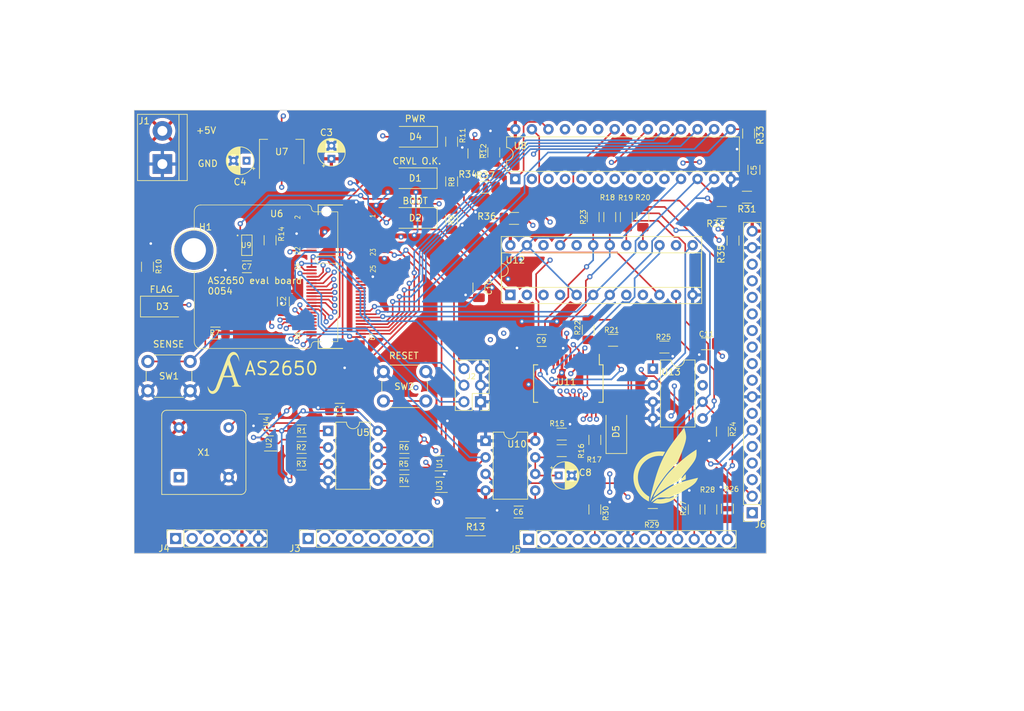
<source format=kicad_pcb>
(kicad_pcb (version 20221018) (generator pcbnew)
  (layers (0 "F.Cu" signal) (1 "In1.Cu" signal) (2 "In2.Cu" signal) (31 "B.Cu" signal) (34 "B.Paste" user) (35 "F.Paste" user) (36 "B.SilkS" user "B.Silkscreen") (37 "F.SilkS" user "F.Silkscreen") (38 "B.Mask" user) (39 "F.Mask" user) (44 "Edge.Cuts" user))
  (net 0 "")
  (net 1 "+3V3")
  (net 2 "GND")
  (net 3 "+5V")
  (net 4 "Net-(U10-CV)")
  (net 5 "Net-(U10-DIS)")
  (net 6 "Net-(D1-K)")
  (net 7 "Net-(D1-A)")
  (net 8 "Net-(D2-K)")
  (net 9 "gpio")
  (net 10 "Net-(D3-K)")
  (net 11 "Flag")
  (net 12 "Net-(D4-K)")
  (net 13 "Net-(D5-K)")
  (net 14 "Net-(D5-A)")
  (net 15 "Net-(J2-Pin_2)")
  (net 16 "Net-(J2-Pin_4)")
  (net 17 "Net-(J2-Pin_6)")
  (net 18 "UDB0")
  (net 19 "UDB1")
  (net 20 "UDB2")
  (net 21 "UDB3")
  (net 22 "UDB4")
  (net 23 "UDB5")
  (net 24 "UDB6")
  (net 25 "UDB7")
  (net 26 "PER_RDB")
  (net 27 "PER_WRB")
  (net 28 "PER_C{slash}D")
  (net 29 "PER_CS1")
  (net 34 "Net-(J5-Pin_5)")
  (net 35 "SPI_DO_3V3")
  (net 36 "SPI_SCLK_3V3")
  (net 37 "LCD_CD")
  (net 38 "SPI_RST")
  (net 39 "SPI_CS1_3V3")
  (net 41 "RSTI")
  (net 43 "PER_CS0")
  (net 44 "FIRM_CS")
  (net 45 "FIRM_SO")
  (net 46 "Net-(U5-~{WP}(D2))")
  (net 47 "FIRM_SI")
  (net 48 "FIRM_SCK")
  (net 49 "Net-(U5-~{HOLD}(D3))")
  (net 50 "Sense")
  (net 51 "Net-(U8-A13)")
  (net 52 "SIGNAL")
  (net 53 "Net-(U9-~{MR})")
  (net 54 "Net-(U11-A0)")
  (net 55 "SPI_SCLK")
  (net 56 "SPI_CS0_3V3")
  (net 57 "SPI_CS0")
  (net 58 "SPI_CS1")
  (net 59 "Net-(U11-GPB1)")
  (net 60 "SPI_DO")
  (net 62 "Net-(U1-A)")
  (net 64 "Net-(U2-Y)")
  (net 66 "Net-(U3-A)")
  (net 68 "Net-(U4-A)")
  (net 72 "RST")
  (net 74 "xclk")
  (net 76 "A12")
  (net 78 "A11")
  (net 80 "A10")
  (net 82 "A9")
  (net 84 "A8")
  (net 86 "A7")
  (net 88 "A6")
  (net 90 "A5")
  (net 92 "A4")
  (net 94 "A3")
  (net 96 "A2")
  (net 97 "DB0")
  (net 98 "A1")
  (net 99 "DB1")
  (net 100 "A0")
  (net 101 "DB2")
  (net 102 "DB3")
  (net 103 "R{slash}~{W}")
  (net 104 "DB4")
  (net 105 "OPREQ")
  (net 106 "DB5")
  (net 107 "WRP")
  (net 108 "DB6")
  (net 109 "M{slash}~{IO}")
  (net 110 "DB7")
  (net 111 "D{slash}~{C}")
  (net 112 "~{RAM_CE}")
  (net 113 "~{RAM_OE}")
  (net 114 "~{RAM_WE}")
  (net 115 "POR")
  (net 117 "PER_CS2")
  (net 118 "SPI_CS2")
  (net 119 "SPI_SDI")
  (footprint "Package_TO_SOT_SMD:SOT-353_SC-70-5" (layer "F.Cu") (at 98.882 103.784 180)
    (fp_text reference "U3")
    (fp_text value "SN74LV1T34DCK")
  )
  (footprint "Package_TO_SOT_SMD:SOT-353_SC-70-5" (layer "F.Cu") (at 98.882 100.482 180)
    (fp_text reference "U1")
    (fp_text value "SN74LV1T34DCK")
  )
  (footprint "Resistor_SMD:R_1206_3216Metric_Pad1.30x1.75mm_HandSolder" (layer "F.Cu") (at 143.8656 66.3448 90)
    (fp_text reference "R35")
    (fp_text value "10K")
  )
  (footprint "Resistor_SMD:R_1206_3216Metric_Pad1.30x1.75mm_HandSolder" (layer "F.Cu") (at 93.482 103.134)
    (fp_text reference "R4")
    (fp_text value "100K")
  )
  (footprint "Resistor_SMD:R_1206_3216Metric_Pad1.30x1.75mm_HandSolder" (layer "F.Cu") (at 77.734 95.514 180)
    (fp_text reference "R1")
    (fp_text value "100K")
  )
  (footprint "Resistor_SMD:R_1206_3216Metric_Pad1.30x1.75mm_HandSolder" (layer "F.Cu") (at 127.508 62.738 -90)
    (fp_text reference "R19")
    (fp_text value "1K")
  )
  (footprint "own:icon" (layer "F.Cu") (at 133.5024 100.838)
    (fp_text reference "G***" hide)
    (fp_text value "LOGO" hide)
  )
  (footprint "Resistor_SMD:R_1206_3216Metric_Pad1.30x1.75mm_HandSolder" (layer "F.Cu") (at 117.602 96.012 180)
    (fp_text reference "R15")
    (fp_text value "1K")
  )
  (footprint "LED_SMD:LED_2010_5025Metric_Pad1.52x2.65mm_HandSolder" (layer "F.Cu") (at 56.388 76.454)
    (fp_text reference "D3")
    (fp_text value "LED")
  )
  (footprint "Capacitor_SMD:C_1206_3216Metric_Pad1.33x1.80mm_HandSolder" (layer "F.Cu") (at 139.736 82.1623)
    (fp_text reference "C11")
    (fp_text value "0.1µF")
  )
  (footprint "Connector_PinSocket_2.54mm:PinSocket_1x13_P2.54mm_Vertical" (layer "F.Cu") (at 112.5195 112.1343 90)
    (fp_text reference "J5")
    (fp_text value "Conn_01x13")
  )
  (footprint "Resistor_SMD:R_1206_3216Metric_Pad1.30x1.75mm_HandSolder" (layer "F.Cu") (at 100.735 51.1877 -90)
    (fp_text reference "R11")
    (fp_text value "10K")
  )
  (footprint "Resistor_SMD:R_1206_3216Metric_Pad1.30x1.75mm_HandSolder" (layer "F.Cu") (at 142.2375 95.6243 90)
    (fp_text reference "R24")
    (fp_text value "1K")
  )
  (footprint "Button_Switch_THT:SW_PUSH_6mm" (layer "F.Cu") (at 90.274 86.432)
    (fp_text reference "SW2")
    (fp_text value "SW_Push")
  )
  (footprint "Resistor_SMD:R_1206_3216Metric_Pad1.30x1.75mm_HandSolder" (layer "F.Cu") (at 107.188 52.832 -90)
    (fp_text reference "R12")
    (fp_text value "1K")
  )
  (footprint "Caravel_Board:PoR_5_SOT23" (layer "F.Cu") (at 69.342 67.056)
    (fp_text reference "U9")
    (fp_text value "MCP1319MT-29LE-OT")
  )
  (footprint "TholinsStuff:AvalonSemiLogo" (layer "F.Cu") (at 66.04 86.614)
    (fp_text reference "G***" hide)
    (fp_text value "LOGO" hide)
  )
  (footprint "Resistor_SMD:R_1206_3216Metric_Pad1.30x1.75mm_HandSolder" (layer "F.Cu") (at 64.516 80.518)
    (fp_text reference "R7")
    (fp_text value "1K")
  )
  (footprint "Capacitor_SMD:C_1206_3216Metric_Pad1.33x1.80mm_HandSolder" (layer "F.Cu") (at 69.342 70.358)
    (fp_text reference "C7")
    (fp_text value "0.1µF")
  )
  (footprint "Resistor_SMD:R_1206_3216Metric_Pad1.30x1.75mm_HandSolder" (layer "F.Cu") (at 125.4735 81.6283 180)
    (fp_text reference "R21")
    (fp_text value "1K")
  )
  (footprint "Package_DIP:DIP-8_W7.62mm" (layer "F.Cu") (at 105.928 97.038)
    (fp_text reference "U10")
    (fp_text value "TLC555xP")
  )
  (footprint "Resistor_SMD:R_1206_3216Metric_Pad1.30x1.75mm_HandSolder" (layer "F.Cu") (at 121.666 80.01 -90)
    (fp_text reference "R22")
    (fp_text value "1K")
  )
  (footprint "Resistor_SMD:R_1206_3216Metric_Pad1.30x1.75mm_HandSolder" (layer "F.Cu") (at 143.002 107.442 -90)
    (fp_text reference "R26")
    (fp_text value "1K")
  )
  (footprint "Resistor_SMD:R_1206_3216Metric_Pad1.30x1.75mm_HandSolder" (layer "F.Cu") (at 124.968 62.738 -90)
    (fp_text reference "R18")
    (fp_text value "1K")
  )
  (footprint "LED_SMD:LED_2010_5025Metric_Pad1.52x2.65mm_HandSolder" (layer "F.Cu") (at 95.1985 50.4257 180)
    (fp_text reference "D4")
    (fp_text value "LED")
  )
  (footprint "Capacitor_SMD:C_1206_3216Metric_Pad1.33x1.80mm_HandSolder" (layer "F.Cu") (at 147.0635 55.4923 90)
    (fp_text reference "C5")
    (fp_text value "0.1µF")
  )
  (footprint "Resistor_SMD:R_1206_3216Metric_Pad1.30x1.75mm_HandSolder" (layer "F.Cu") (at 110.2868 62.9412)
    (fp_text reference "R36")
    (fp_text value "10K")
  )
  (footprint "Resistor_SMD:R_1206_3216Metric_Pad1.30x1.75mm_HandSolder" (layer "F.Cu") (at 140.4595 107.5623 -90)
    (fp_text reference "R28")
    (fp_text value "1K")
  )
  (footprint "Resistor_SMD:R_1206_3216Metric_Pad1.30x1.75mm_HandSolder" (layer "F.Cu") (at 104.14 52.9844 90)
    (fp_text reference "R34")
    (fp_text value "10K")
  )
  (footprint "Capacitor_THT:CP_Radial_D4.0mm_P2.00mm" (layer "F.Cu") (at 117.137401 102.362)
    (fp_text reference "C8")
    (fp_text value "10µF")
  )
  (footprint "Oscillator:Oscillator_DIP-8" (layer "F.Cu") (at 58.928 102.616)
    (fp_text reference "X1")
    (fp_text value "CXO_DIP8")
  )
  (footprint "MicroMod-Sparkfun:M.2-CONNECTOR-E" (layer "F.Cu") (at 81.5255 71.8817 90)
    (fp_text reference "U6")
    (fp_text value "caravel-M.2-card" hide)
  )
  (footprint "Package_DIP:DIP-24_W7.62mm_Socket" (layer "F.Cu") (at 109.728 74.676 90)
    (fp_text reference "U12")
    (fp_text value "GAL22V10")
  )
  (footprint "Resistor_SMD:R_1206_3216Metric_Pad1.30x1.75mm_HandSolder" (layer "F.Cu") (at 146.2532 49.9364 90)
    (fp_text reference "R33")
    (fp_text value "10K")
  )
  (footprint "Resistor_SMD:R_1206_3216Metric_Pad1.30x1.75mm_HandSolder" (layer "F.Cu") (at 131.5695 108.3243)
    (fp_text reference "R29")
    (fp_text value "1K")
  )
  (footprint "Resistor_SMD:R_1206_3216Metric_Pad1.30x1.75mm_HandSolder" (layer "F.Cu") (at 105.918 58.166)
    (fp_text reference "R37")
    (fp_text value "10K")
  )
  (footprint "Package_SO:SSOP-28_5.3x10.2mm_P0.65mm" (layer "F.Cu") (at 118.6155 88.2583 -90)
    (fp_text reference "U11")
    (fp_text value "MCP23S17_SS")
  )
  (footprint "LED_SMD:LED_2010_5025Metric_Pad1.52x2.65mm_HandSolder" (layer "F.Cu") (at 125.9815 95.6243 90)
    (fp_text reference "D5")
    (fp_text value "LED")
  )
  (footprint "Resistor_SMD:R_1206_3216Metric_Pad1.30x1.75mm_HandSolder" (layer "F.Cu") (at 145.9992 59.69 180)
    (fp_text reference "R31")
    (fp_text value "10K")
  )
  (footprint "Capacitor_THT:CP_Radial_D4.0mm_P2.00mm" (layer "F.Cu") (at 69.2986 54.102 180)
    (fp_text reference "C4")
    (fp_text value "10µF")
  )
  (footprint "Capacitor_SMD:C_1206_3216Metric_Pad1.33x1.80mm_HandSolder" (layer "F.Cu") (at 74.93 75.692 -90)
    (fp_text reference "C2")
    (fp_text value "0.1µF")
  )
  (footprint "Connector_PinSocket_2.54mm:PinSocket_1x08_P2.54mm_Vertical" (layer "F.Cu") (at 78.74 112.014 90)
    (fp_text reference "J3")
    (fp_text value "Conn_01x08")
  )
  (footprint "Package_DIP:DIP-8_W7.62mm" (layer "F.Cu") (at 81.798 95.514)
    (fp_text reference "U5")
    (fp_text value "W25Q32FVSS")
  )
  (footprint "Resistor_SMD:R_1206_3216Metric_Pad1.30x1.75mm_HandSolder" (layer "F.Cu") (at 133.3475 82.6703 180)
    (fp_text reference "R25")
    (fp_text value "1K")
  )
  (footprint "Resistor_SMD:R_2010_5025Metric_Pad1.40x2.65mm_HandSolder" (layer "F.Cu") (at 104.394 110.236)
    (fp_text reference "R13")
    (fp_text value "470R")
  )
  (footprint "Resistor_SMD:R_1206_3216Metric_Pad1.30x1.75mm_HandSolder" (layer "F.Cu") (at 72.898 66.294 90)
    (fp_text reference "R14")
    (fp_text value "10K")
  )
  (footprint "TerminalBlock:TerminalBlock_bornier-2_P5.08mm" (layer "F.Cu") (at 56.388 54.61 90)
    (fp_text reference "J1")
    (fp_text value "Screw_Terminal_01x02")
  )
  (footprint "Resistor_SMD:R_1206_3216Metric_Pad1.30x1.75mm_HandSolder" (layer "F.Cu") (at 54.102 70.358 90)
    (fp_text reference "R10")
    (fp_text value "1K")
  )
  (footprint "Resistor_SMD:R_1206_3216Metric_Pad1.30x1.75mm_HandSolder" (layer "F.Cu") (at 77.734 100.594 180)
    (fp_text reference "R3")
    (fp_text value "10K")
  )
  (footprint "Resistor_SMD:R_1206_3216Metric_Pad1.30x1.75mm_HandSolder" (layer "F.Cu") (at 137.9195 107.5623 -90)
    (fp_text reference "R27")
    (fp_text value "1K")
  )
  (footprint "Resistor_SMD:R_1206_3216Metric_Pad1.30x1.75mm_HandSolder" (layer "F.Cu") (at 117.602 98.552)
    (fp_text reference "R16")
    (fp_text value "10K")
  )
  (footprint "Capacitor_SMD:C_1206_3216Metric_Pad1.33x1.80mm_HandSolder" (layer "F.Cu") (at 114.5515 81.6543)
    (fp_text reference "C9")
    (fp_text value "0.1µF")
  )
  (footprint "Resistor_SMD:R_1206_3216Metric_Pad1.30x1.75mm_HandSolder" (layer "F.Cu") (at 122.428 62.738 -90)
    (fp_text reference "R23")
    (fp_text value "1K")
  )
  (footprint "Resistor_SMD:R_1206_3216Metric_Pad1.30x1.75mm_HandSolder" (layer "F.Cu") (at 100.735 63.1257 -90)
    (fp_text reference "R9")
    (fp_text value "1K")
  )
  (footprint "Package_TO_SOT_SMD:SOT-353_SC-70-5" (layer "F.Cu") (at 72.72 97.434 180)
    (fp_text reference "U2")
    (fp_text value "SN74LV1T34DCK")
  )
  (footprint "Button_Switch_THT:SW_PUSH_6mm" (layer "F.Cu") (at 54.154 84.872)
    (fp_text reference "SW1")
    (fp_text value "SW_Push")
  )
  (footprint "Resistor_SMD:R_1206_3216Metric_Pad1.30x1.75mm_HandSolder" (layer "F.Cu") (at 122.6795 107.5623 -90)
    (fp_text reference "R30")
    (fp_text value "1K")
  )
  (footprint "Connector_PinHeader_2.54mm:PinHeader_2x03_P2.54mm_Vertical" (layer "F.Cu") (at 105.156 91.0523 180)
    (fp_text reference "J2")
    (fp_text value "Conn_02x03_Odd_Even")
  )
  (footprint "Capacitor_THT:CP_Radial_D4.0mm_P2.00mm" (layer "F.Cu") (at 82.296 53.804599 90)
    (fp_text reference "C3")
    (fp_text value "1µF")
  )
  (footprint "Resistor_SMD:R_1206_3216Metric_Pad1.30x1.75mm_HandSolder" (layer "F.Cu") (at 130.048 62.738 -90)
    (fp_text reference "R20")
    (fp_text value "1K")
  )
  (footprint "Connector_PinSocket_2.54mm:PinSocket_1x06_P2.54mm_Vertical" (layer "F.Cu") (at 58.42 112.014 90)
    (fp_text reference "J4")
    (fp_text value "Conn_01x06")
  )
  (footprint "LED_SMD:LED_2010_5025Metric_Pad1.52x2.65mm_HandSolder" (layer "F.Cu") (at 95.147 62.8717 180)
    (fp_text reference "D2")
    (fp_text value "LED")
  )
  (footprint "Package_DIP:DIP-8_W7.62mm" (layer "F.Cu") (at 131.5795 85.9823)
    (fp_text reference "U13")
    (fp_text value "W25Q32FVSS")
  )
  (footprint "LED_SMD:LED_2010_5025Metric_Pad1.52x2.65mm_HandSolder" (layer "F.Cu") (at 95.147 56.7757 180)
    (fp_text reference "D1")
    (fp_text value "LED")
  )
  (footprint "Resistor_SMD:R_1206_3216Metric_Pad1.30x1.75mm_HandSolder" (layer "F.Cu") (at 142.1384 62.0268 180)
    (fp_text reference "R32")
    (fp_text value "10K")
  )
  (footprint "Resistor_SMD:R_1206_3216Metric_Pad1.30x1.75mm_HandSolder" (layer "F.Cu") (at 122.6795 96.8943 -90)
    (fp_text reference "R17")
    (fp_text value "1K")
  )
  (footprint "Package_TO_SOT_SMD:SOT-223-3_TabPin2" (layer "F.Cu") (at 74.676 52.73 90)
    (fp_text reference "U7")
    (fp_text value "AMS1117-3.3")
  )
  (footprint "Resistor_SMD:R_1206_3216Metric_Pad1.30x1.75mm_HandSolder" (layer "F.Cu") (at 77.734 98.054 180)
    (fp_text reference "R2")
    (fp_text value "100K")
  )
  (footprint "Capacitor_SMD:C_1206_3216Metric_Pad1.33x1.80mm_HandSolder" (layer "F.Cu") (at 83.566 92.202 180)
    (fp_text reference "C1")
    (fp_text value "0.1µF")
  )
  (footprint "Package_DIP:DIP-28_W7.62mm" (layer "F.Cu") (at 110.49 56.896 90)
    (fp_text reference "U8")
    (fp_text value "IS61C256")
  )
  (footprint "Capacitor_SMD:C_1206_3216Metric_Pad1.33x1.80mm_HandSolder" (layer "F.Cu") (at 110.998 107.95)
    (fp_text reference "C6")
    (fp_text value "0.1µF")
  )
  (footprint "Capacitor_SMD:C_1206_3216Metric_Pad1.33x1.80mm_HandSolder" (layer "F.Cu") (at 104.9045 73.5397 90)
    (fp_text reference "C10")
    (fp_text value "0.1µF")
  )
  (footprint "Resistor_SMD:R_1206_3216Metric_Pad1.30x1.75mm_HandSolder" (layer "F.Cu") (at 100.735 57.2837 -90)
    (fp_text reference "R8")
    (fp_text value "1K")
  )
  (footprint "Resistor_SMD:R_1206_3216Metric_Pad1.30x1.75mm_HandSolder" (layer "F.Cu") (at 93.482 100.594)
    (fp_text reference "R5")
    (fp_text value "100K")
  )
  (footprint "MicroMod-Sparkfun:MicroMod-Standoff" (layer "F.Cu") (at 61.214 67.818)
    (fp_text reference "H1")
    (fp_text value "MICROMOD-Standoff")
  )
  (footprint "Resistor_SMD:R_1206_3216Metric_Pad1.30x1.75mm_HandSolder" (layer "F.Cu") (at 93.482 98.054)
    (fp_text reference "R6")
    (fp_text value "10K")
  )
  (footprint "Package_TO_SOT_SMD:SOT-353_SC-70-5" (layer "F.Cu") (at 72.334 94.102)
    (fp_text reference "U4")
    (fp_text value "SN74LV1T34DCK")
  )
  (footprint "Connector_PinSocket_2.54mm:PinSocket_1x18_P2.54mm_Vertical" (layer "F.Cu") (at 146.8095 108.0703 180)
    (fp_text reference "J6")
    (fp_text value "Conn_01x18_Socket")
  )
  (gr_rect (start 52.07 46.355) (end 148.971 114.3) (stroke (width 0.1)) (fill none) (layer "Edge.Cuts"))
  (gr_text "BOOT" (at 93.115 60.8397) (layer "F.SilkS") (effects (font (size 1 1)) (justify left bottom)))
  (gr_text "RESET" (at 91.036 84.582) (layer "F.SilkS") (effects (font (size 1 1)) (justify left bottom)))
  (gr_text "FLAG" (at 54.356 74.422) (layer "F.SilkS") (effects (font (size 1 1)) (justify left bottom)))
  (gr_text "GND" (at 61.722 55.118) (layer "F.SilkS") (effects (font (size 1 1)) (justify left bottom)))
  (gr_text "CRVL O.K." (at 91.591 54.7437) (layer "F.SilkS") (effects (font (size 1 1)) (justify left bottom)))
  (gr_text "SENSE" (at 54.864 82.804) (layer "F.SilkS") (effects (font (size 1 1)) (justify left bottom)))
  (gr_text "PWR" (at 93.472 48.26) (layer "F.SilkS") (effects (font (size 1 1)) (justify left bottom)))
  (gr_text "AS2650" (at 68.834 87.122) (layer "F.SilkS") (effects (font (size 2 2) (thickness 0.25)) (justify left bottom)))
  (gr_text "AS2650 eval board\n0054" (at 63.246 74.676) (layer "F.SilkS") (effects (font (size 1 1)) (justify left bottom)))
  (gr_text "+5V" (at 61.468 50.038) (layer "F.SilkS") (effects (font (size 1 1)) (justify left bottom)))
  (segment (start 72.39 94.996) (end 72.898 95.504) (width 0.25) (layer "F.Cu") (net 1))
  (segment (start 74.676 49.58) (end 74.676 47.498) (width 0.25) (layer "F.Cu") (net 1))
  (segment (start 138.7348 54.3052) (end 136.3472 54.3052) (width 0.25) (layer "F.Cu") (net 1))
  (segment (start 74.676 55.88) (end 74.676 58.166) (width 0.25) (layer "F.Cu") (net 1))
  (segment (start 95.032 98.054) (end 95.24 98.054) (width 0.25) (layer "F.Cu") (net 1))
  (segment (start 85.1285 92.202) (end 86.106 92.202) (width 0.25) (layer "F.Cu") (net 1))
  (segment (start 97.932 101.132) (end 98.582 101.782) (width 0.25) (layer "F.Cu") (net 1))
  (segment (start 141.2985 82.1623) (end 141.2985 83.1325) (width 0.25) (layer "F.Cu") (net 1))
  (segment (start 89.418 95.514) (end 95.26 95.514) (width 0.25) (layer "F.Cu") (net 1))
  (segment (start 97.576 101.132) (end 96.774 100.33) (width 0.25) (layer "F.Cu") (net 1))
  (segment (start 86.106 92.202) (end 89.418 95.514) (width 0.25) (layer "F.Cu") (net 1))
  (segment (start 97.932 101.132) (end 95.57 101.132) (width 0.25) (layer "F.Cu") (net 1))
  (segment (start 95.032 103.134) (end 96.332 104.434) (width 0.25) (layer "F.Cu") (net 1))
  (segment (start 95.26 95.514) (end 96.52 96.774) (width 0.25) (layer "F.Cu") (net 1))
  (segment (start 136.3472 54.3052) (end 136.1948 54.4576) (width 0.25) (layer "F.Cu") (net 1))
  (segment (start 76.184 102.894598) (end 75.950299 103.128299) (width 0.25) (layer "F.Cu") (net 1))
  (segment (start 96.332 104.434) (end 97.932 104.434) (width 0.25) (layer "F.Cu") (net 1))
  (segment (start 90.3037 50.4257) (end 90.17 50.292) (width 0.25) (layer "F.Cu") (net 1))
  (segment (start 74.676 49.58) (end 74.676 55.88) (width 0.25) (layer "F.Cu") (net 1))
  (segment (start 95.57 101.132) (end 95.032 100.594) (width 0.25) (layer "F.Cu") (net 1))
  (segment (start 92.861 50.4257) (end 90.3037 50.4257) (width 0.25) (layer "F.Cu") (net 1))
  (segment (start 95.24 98.054) (end 96.52 96.774) (width 0.25) (layer "F.Cu") (net 1))
  (segment (start 74.686 95.514) (end 74.676 95.504) (width 0.25) (layer "F.Cu") (net 1))
  (segment (start 97.932 101.132) (end 97.576 101.132) (width 0.25) (layer "F.Cu") (net 1))
  (segment (start 76.184 95.514) (end 74.686 95.514) (width 0.25) (layer "F.Cu") (net 1))
  (segment (start 73.284 93.452) (end 72.39 94.346) (width 0.25) (layer "F.Cu") (net 1))
  (segment (start 97.932 105.806) (end 98.552 106.426) (width 0.25) (layer "F.Cu") (net 1))
  (segment (start 72.898 95.504) (end 74.676 95.504) (width 0.25) (layer "F.Cu") (net 1))
  (segment (start 74.676 47.498) (end 74.93 47.244) (width 0.25) (layer "F.Cu") (net 1))
  (segment (start 76.184 100.594) (end 76.184 102.894598) (width 0.25) (layer "F.Cu") (net 1))
  (segment (start 98.582 101.782) (end 98.582 103.784) (width 0.25) (layer "F.Cu") (net 1))
  (segment (start 76.184 98.054) (end 76.184 100.594) (width 0.25) (layer "F.Cu") (net 1))
  (segment (start 97.932 104.434) (end 97.932 105.806) (width 0.25) (layer "F.Cu") (net 1))
  (segment (start 72.39 94.346) (end 72.39 94.996) (width 0.25) (layer "F.Cu") (net 1))
  (segment (start 96.52 96.774) (end 98.302299 98.556299) (width 0.25) (layer "F.Cu") (net 1))
  (segment (start 98.582 103.784) (end 97.932 104.434) (width 0.25) (layer "F.Cu") (net 1))
  (segment (start 141.2985 83.1325) (end 142.24 84.074) (width 0.25) (layer "F.Cu") (net 1))
  (via (at 77.978 92.456) (size 0.8) (drill 0.4) (layers "F.Cu" "B.Cu") (net 1))
  (via (at 134.874 88.646) (size 0.8) (drill 0.4) (layers "F.Cu" "B.Cu") (net 1))
  (via (at 96.52 96.774) (size 0.8) (drill 0.4) (layers "F.Cu" "B.Cu") (net 1))
  (via (at 134.366 93.218) (size 0.8) (drill 0.4) (layers "F.Cu" "B.Cu") (net 1))
  (via (at 124.968 104.902) (size 0.8) (drill 0.4) (layers "F.Cu" "B.Cu") (net 1))
  (via (at 74.676 95.504) (size 0.8) (drill 0.4) (layers "F.Cu" "B.Cu") (net 1))
  (via (at 124.968 102.108) (size 0.8) (drill 0.4) (layers "F.Cu" "B.Cu") (net 1))
  (via (at 74.93 47.244) (size 0.8) (drill 0.4) (layers "F.Cu" "B.Cu") (net 1))
  (via (at 136.1948 54.4576) (size 0.8) (drill 0.4) (layers "F.Cu" "B.Cu") (net 1))
  (via (at 98.302299 98.556299) (size 0.8) (drill 0.4) (layers "F.Cu" "B.Cu") (net 1))
  (via (at 74.676 58.166) (size 0.8) (drill 0.4) (layers "F.Cu" "B.Cu") (net 1))
  (via (at 90.17 50.292) (size 0.8) (drill 0.4) (layers "F.Cu" "B.Cu") (net 1))
  (via (at 142.24 84.074) (size 0.8) (drill 0.4) (layers "F.Cu" "B.Cu") (net 1))
  (via (at 96.774 100.33) (size 0.8) (drill 0.4) (layers "F.Cu" "B.Cu") (net 1))
  (via (at 138.7348 54.3052) (size 0.8) (drill 0.4) (layers "F.Cu" "B.Cu") (net 1))
  (via (at 98.552 106.426) (size 0.8) (drill 0.4) (layers "F.Cu" "B.Cu") (net 1))
  (via (at 75.950299 103.128299) (size 0.8) (drill 0.4) (layers "F.Cu" "B.Cu") (net 1))
  (segment (start 78.195 92.673) (end 86.577 92.673) (width 0.25) (layer "B.Cu") (net 1))
  (segment (start 74.676 101.854) (end 75.950299 103.128299) (width 0.25) (layer "B.Cu") (net 1))
  (segment (start 134.874 88.646) (end 134.874 92.71) (width 0.25) (layer "B.Cu") (net 1))
  (segment (start 77.978 92.456) (end 78.195 92.673) (width 0.25) (layer "B.Cu") (net 1))
  (segment (start 74.676 95.504) (end 77.724 92.456) (width 0.25) (layer "B.Cu") (net 1))
  (segment (start 86.577 92.673) (end 89.418 95.514) (width 0.25) (layer "B.Cu") (net 1))
  (segment (start 74.676 95.504) (end 74.676 101.854) (width 0.25) (layer "B.Cu") (net 1))
  (segment (start 134.874 92.71) (end 134.366 93.218) (width 0.25) (layer "B.Cu") (net 1))
  (segment (start 124.968 102.108) (end 124.968 104.902) (width 0.25) (layer "B.Cu") (net 1))
  (segment (start 77.724 92.456) (end 77.978 92.456) (width 0.25) (layer "B.Cu") (net 1))
  (segment (start 99.832 103.134) (end 99.832 102.372) (width 0.25) (layer "F.Cu") (net 2))
  (segment (start 111.8937 81.6543) (end 110.744 82.804) (width 0.25) (layer "F.Cu") (net 2))
  (segment (start 112.989 81.6543) (end 111.8937 81.6543) (width 0.25) (layer "F.Cu") (net 2))
  (segment (start 140.5798 105.892) (end 140.4595 106.0123) (width 0.25) (layer "F.Cu") (net 2))
  (segment (start 130.0195 108.3243) (end 130.0195 109.8743) (width 0.25) (layer "F.Cu") (net 2))
  (segment (start 143.002 105.156) (end 141.986 104.14) (width 0.25) (layer "F.Cu") (net 2))
  (segment (start 86.0255 84.1545) (end 84.328 85.852) (width 0.25) (layer "F.Cu") (net 2))
  (segment (start 77.47 66.0872) (end 76.962 65.5792) (width 0.25) (layer "F.Cu") (net 2))
  (segment (start 82.0035 92.202) (end 80.518 92.202) (width 0.25) (layer "F.Cu") (net 2))
  (segment (start 138.1735 83.3095) (end 138.684 83.82) (width 0.25) (layer "F.Cu") (net 2))
  (segment (start 143.6884 62.0268) (end 143.6884 62.1024) (width 0.25) (layer "F.Cu") (net 2))
  (segment (start 116.9905 84.6583) (end 116.9905 83.678071) (width 0.25) (layer "F.Cu") (net 2))
  (segment (start 102.5217 58.8337) (end 102.616 58.928) (width 0.25) (layer "F.Cu") (net 2))
  (segment (start 145.3128 51.4864) (end 144.4752 52.324) (width 0.25) (layer "F.Cu") (net 2))
  (segment (start 101.6943 64.6757) (end 102.362 64.008) (width 0.25) (layer "F.Cu") (net 2))
  (segment (start 119.8197 95.3443) (end 119.152 96.012) (width 0.25) (layer "F.Cu") (net 2))
  (segment (start 76.962 65.5792) (end 76.962 65.278) (width 0.25) (layer "F.Cu") (net 2))
  (segment (start 146.9047 56.896) (end 147.0635 57.0548) (width 0.25) (layer "F.Cu") (net 2))
  (segment (start 74.93 77.2545) (end 74.93 76.2) (width 0.25) (layer "F.Cu") (net 2))
  (segment (start 99.832 99.832) (end 99.832 94.224) (width 0.25) (layer "F.Cu") (net 2))
  (segment (start 66.548 68.153249) (end 66.548 69.1265) (width 0.25) (layer "F.Cu") (net 2))
  (segment (start 77.47 66.0872) (end 77.47 66.294) (width 0.25) (layer "F.Cu") (net 2))
  (segment (start 100.735 58.8337) (end 102.5217 58.8337) (width 0.25) (layer "F.Cu") (net 2))
  (segment (start 107.95 107.95) (end 107.696 107.696) (width 0.25) (layer "F.Cu") (net 2))
  (segment (start 102.616 58.928) (end 102.616 60.198) (width 0.25) (layer "F.Cu") (net 2))
  (segment (start 107.188 51.282) (end 107.188 50.038) (width 0.25) (layer "F.Cu") (net 2))
  (segment (start 147.5492 57.5405) (end 147.5492 59.69) (width 0.25) (layer "F.Cu") (net 2))
  (segment (start 71.384 94.752) (end 73.416 96.784) (width 0.25) (layer "F.Cu") (net 2))
  (segment (start 86.0255 60.5325) (end 86.106 60.452) (width 0.25) (layer "F.Cu") (net 2))
  (segment (start 80.518 92.202) (end 80.264 91.948) (width 0.25) (layer "F.Cu") (net 2))
  (segment (start 70.368 94.752) (end 70.358 94.742) (width 0.25) (layer "F.Cu") (net 2))
  (segment (start 77.47 66.294) (end 78.0577 66.8817) (width 0.25) (layer "F.Cu") (net 2))
  (segment (start 104.9045 75.1022) (end 103.2962 75.1022) (width 0.25) (layer "F.Cu") (net 2))
  (segment (start 109.4355 107.95) (end 107.95 107.95) (width 0.25) (layer "F.Cu") (net 2))
  (segment (start 79.2505 65.3817) (end 78.1755 65.3817) (width 0.25) (layer "F.Cu") (net 2))
  (segment (start 134.8975 82.6703) (end 134.8975 83.7965) (width 0.25) (layer "F.Cu") (net 2))
  (segment (start 86.8005 71.6317) (end 88.3957 71.6317) (width 0.25) (layer "F.Cu") (net 2))
  (segment (start 137.9195 105.4075) (end 137.16 104.648) (width 0.25) (layer "F.Cu") (net 2))
  (segment (start 103.2962 75.1022) (end 102.87 74.676) (width 0.25) (layer "F.Cu") (net 2))
  (segment (start 104.368 58.166) (end 104.368 56.5785) (width 0.25) (layer "F.Cu") (net 2))
  (segment (start 74.93 76.2) (end 74.676 75.946) (width 0.25) (layer "F.Cu") (net 2))
  (segment (start 134.8975 83.7965) (end 134.62 84.074) (width 0.25) (layer "F.Cu") (net 2))
  (segment (start 143.51 56.896) (end 146.9047 56.896) (width 0.25) (layer "F.Cu") (net 2))
  (segment (start 67.917 67.056) (end 67.645249 67.056) (width 0.25) (layer "F.Cu") (net 2))
  (segment (start 69.0766 55.88) (end 72.376 55.88) (width 0.25) (layer "F.Cu") (net 2))
  (segment (start 73.416 96.784) (end 73.67 96.784) (width 0.25) (layer "F.Cu") (net 2))
  (segment (start 130.0195 109.8743) (end 127.7595 112.1343) (width 0.25) (layer "F.Cu") (net 2))
  (segment (start 78.1755 65.3817) (end 77.47 66.0872) (width 0.25) (layer "F.Cu") (net 2))
  (segment (start 122.6795 106.0123) (end 124.5543 106.0123) (width 0.25) (layer "F.Cu") (net 2))
  (segment (start 88.3957 71.6317) (end 88.646 71.882) (width 0.25) (layer "F.Cu") (net 2))
  (segment (start 86.0255 82.2317) (end 86.0255 84.1545) (width 0.25) (layer "F.Cu") (net 2))
  (segment (start 66.548 70.358) (end 66.04 70.866) (width 0.25) (layer "F.Cu") (net 2))
  (segment (start 142.2375 97.1743) (end 140.3543 97.1743) (width 0.25) (layer "F.Cu") (net 2))
  (segment (start 143.6884 62.1024) (end 142.1892 63.6016) (width 0.25) (layer "F.Cu") (net 2))
  (segment (start 119.152 94.768) (end 118.872 94.488) (width 0.25) (layer "F.Cu") (net 2))
  (segment (start 147.0635 57.0548) (end 147.5492 57.5405) (width 0.25) (layer "F.Cu") (net 2))
  (segment (start 144.3301 67.4303) (end 146.8095 67.4303) (width 0.25) (layer "F.Cu") (net 2))
  (segment (start 54.102 67.31) (end 54.61 66.802) (width 0.25) (layer "F.Cu") (net 2))
  (segment (start 67.7795 70.358) (end 66.548 70.358) (width 0.25) (layer "F.Cu") (net 2))
  (segment (start 143.002 105.892) (end 143.002 105.156) (width 0.25) (layer "F.Cu") (net 2))
  (segment (start 108.7368 62.9412) (end 105.3592 62.9412) (width 0.25) (layer "F.Cu") (net 2))
  (segment (start 116.9905 83.678071) (end 117.825683 82.842888) (width 0.25) (layer "F.Cu") (net 2))
  (segment (start 146.2532 51.4864) (end 145.3128 51.4864) (width 0.25) (layer "F.Cu") (net 2))
  (segment (start 67.2986 54.102) (end 69.0766 55.88) (width 0.25) (layer "F.Cu") (net 2))
  (segment (start 99.832 94.224) (end 100.076 93.98) (width 0.25) (layer "F.Cu") (net 2))
  (segment (start 100.735 64.6757) (end 101.6943 64.6757) (width 0.25) (layer "F.Cu") (net 2))
  (segment (start 104.14 54.5344) (end 104.14 56.3505) (width 0.25) (layer "F.Cu") (net 2))
  (segment (start 122.6795 95.3443) (end 119.8197 95.3443) (width 0.25) (layer "F.Cu") (net 2))
  (segment (start 119.152 96.012) (end 119.152 94.768) (width 0.25) (layer "F.Cu") (net 2))
  (segment (start 105.3592 62.9412) (end 104.394 61.976) (width 0.25) (layer "F.Cu") (net 2))
  (segment (start 67.645249 67.056) (end 66.548 68.153249) (width 0.25) (layer "F.Cu") (net 2))
  (segment (start 101.6943 52.7377) (end 102.362 52.07) (width 0.25) (layer "F.Cu") (net 2))
  (segment (start 99.832 102.372) (end 99.600299 102.140299) (width 0.25) (layer "F.Cu") (net 2))
  (segment (start 143.8656 67.8948) (end 144.3301 67.4303) (width 0.25) (layer "F.Cu") (net 2))
  (segment (start 140.3543 97.1743) (end 140.208 97.028) (width 0.25) (layer "F.Cu") (net 2))
  (segment (start 86.0255 61.5317) (end 86.0255 60.5325) (width 0.25) (layer "F.Cu") (net 2))
  (segment (start 54.102 68.808) (end 54.102 67.31) (width 0.25) (layer "F.Cu") (net 2))
  (segment (start 100.735 52.7377) (end 101.6943 52.7377) (width 0.25) (layer "F.Cu") (net 2))
  (segment (start 71.384 94.752) (end 70.368 94.752) (width 0.25) (layer "F.Cu") (net 2))
  (segment (start 66.548 69.1265) (end 67.7795 70.358) (width 0.25) (layer "F.Cu") (net 2))
  (segment (start 124.5543 106.0123) (end 124.968 106.426) (width 0.25) (layer "F.Cu") (net 2))
  (segment (start 104.368 56.5785) (end 104.14 56.3505) (width 0.25) (layer "F.Cu") (net 2))
  (segment (start 143.002 105.892) (end 140.5798 105.892) (width 0.25) (layer "F.Cu") (net 2))
  (segment (start 137.9195 106.0123) (end 137.9195 105.4075) (width 0.25) (layer "F.Cu") (net 2))
  (segment (start 102.616 60.198) (end 104.394 61.976) (width 0.25) (layer "F.Cu") (net 2))
  (segment (start 78.0577 66.8817) (end 79.2505 66.8817) (width 0.25) (layer "F.Cu") (net 2))
  (segment (start 107.188 50.038) (end 106.68 49.53) (width 0.25) (layer "F.Cu") (net 2))
  (segment (start 138.1735 82.1623) (end 138.1735 83.3095) (width 0.25) (layer "F.Cu") (net 2))
  (via (at 99.600299 102.140299) (size 0.8) (drill 0.4) (layers "F.Cu" "B.Cu") (net 2))
  (via (at 144.4752 52.324) (size 0.8) (drill 0.4) (layers "F.Cu" "B.Cu") (net 2))
  (via (at 107.696 107.696) (size 0.8) (drill 0.4) (layers "F.Cu" "B.Cu") (net 2))
  (via (at 66.04 70.866) (size 0.8) (drill 0.4) (layers "F.Cu" "B.Cu") (net 2))
  (via (at 140.208 97.028) (size 0.8) (drill 0.4) (layers "F.Cu" "B.Cu") (net 2))
  (via (at 106.68 49.53) (size 0.8) (drill 0.4) (layers "F.Cu" "B.Cu") (net 2))
  (via (at 142.1892 63.6016) (size 0.8) (drill 0.4) (layers "F.Cu" "B.Cu") (net 2))
  (via (at 104.394 61.976) (size 0.8) (drill 0.4) (layers "F.Cu" "B.Cu") (net 2))
  (via (at 137.16 104.648) (size 0.8) (drill 0.4) (layers "F.Cu" "B.Cu") (net 2))
  (via (at 102.362 52.07) (size 0.8) (drill 0.4) (layers "F.Cu" "B.Cu") (net 2))
  (via (at 70.358 94.742) (size 0.8) (drill 0.4) (layers "F.Cu" "B.Cu") (net 2))
  (via (at 76.962 65.278) (size 0.8) (drill 0.4) (layers "F.Cu" "B.Cu") (net 2))
  (via (at 124.968 106.426) (size 0.8) (drill 0.4) (layers "F.Cu" "B.Cu") (net 2))
  (via (at 54.61 66.802) (size 0.8) (drill 0.4) (layers "F.Cu" "B.Cu") (net 2))
  (via (at 102.87 74.676) (size 0.8) (drill 0.4) (layers "F.Cu" "B.Cu") (net 2))
  (via (at 80.264 91.948) (size 0.8) (drill 0.4) (layers "F.Cu" "B.Cu") (net 2))
  (via (at 84.328 85.852) (size 0.8) (drill 0.4) (layers "F.Cu" "B.Cu") (net 2))
  (via (at 110.744 82.804) (size 0.8) (drill 0.4) (layers "F.Cu" "B.Cu") (net 2))
  (via (at 134.62 84.074) (size 0.8) (drill 0.4) (layers "F.Cu" "B.Cu") (net 2))
  (via (at 138.684 83.82) (size 0.8) (drill 0.4) (layers "F.Cu" "B.Cu") (net 2))
  (via (at 102.616 58.928) (size 0.8) (drill 0.4) (layers "F.Cu" "B.Cu") (net 2))
  (via (at 118.872 94.488) (size 0.8) (drill 0.4) (layers "F.Cu" "B.Cu") (net 2))
  (via (at 100.076 93.98) (size 0.8) (drill 0.4) (layers "F.Cu" "B.Cu") (net 2))
  (via (at 86.106 60.452) (size 0.8) (drill 0.4) (layers "F.Cu" "B.Cu") (net 2))
  (via (at 117.825683 82.842888) (size 0.8) (drill 0.4) (layers "F.Cu" "B.Cu") (net 2))
  (via (at 141.986 104.14) (size 0.8) (drill 0.4) (layers "F.Cu" "B.Cu") (net 2))
  (via (at 102.362 64.008) (size 0.8) (drill 0.4) (layers "F.Cu" "B.Cu") (net 2))
  (via (at 104.14 56.3505) (size 0.8) (drill 0.4) (layers "F.Cu" "B.Cu") (net 2))
  (via (at 74.676 75.946) (size 0.8) (drill 0.4) (layers "F.Cu" "B.Cu") (net 2))
  (via (at 88.646 71.882) (size 0.8) (drill 0.4) (layers "F.Cu" "B.Cu") (net 2))
  (segment (start 80.4223 65.8817) (end 81.28 65.024) (width 0.25) (layer "F.Cu") (net 3))
  (segment (start 86.8005 63.1317) (end 86.8005 63.5817) (width 0.4) (layer "F.Cu") (net 3))
  (segment (start 79.2505 66.3817) (end 79.2505 65.8817) (width 0.25) (layer "F.Cu") (net 3))
  (segment (start 86.8005 70.6317) (end 86.8005 71.0817) (width 0.4) (layer "F.Cu") (net 3))
  (segment (start 86.8005 62.6317) (end 86.8005 63.1317) (width 0.4) (layer "F.Cu") (net 3))
  (segment (start 79.2505 65.8817) (end 80.4223 65.8817) (width 0.25) (layer "F.Cu") (net 3))
  (segment (start 117.6405 84.6583) (end 117.6405 86.5755) (width 0.4) (layer "F.Cu") (net 3))
  (segment (start 117.6405 86.5755) (end 117.602 86.614) (width 0.4) (layer "F.Cu") (net 3))
  (segment (start 92.8097 65.6317) (end 92.964 65.786) (width 0.25) (layer "F.Cu") (net 3))
  (segment (start 86.8005 66.1317) (end 86.8005 65.6317) (width 0.25) (layer "F.Cu") (net 3))
  (segment (start 66.066 80.518) (end 66.548 80.518) (width 0.25) (layer "F.Cu") (net 3))
  (segment (start 86.8005 65.6317) (end 92.8097 65.6317) (width 0.25) (layer "F.Cu") (net 3))
  (via (at 111.506 78.74) (size 0.8) (drill 0.4) (layers "F.Cu" "B.Cu") (net 3))
  (via (at 94.996 65.532) (size 0.8) (drill 0.4) (layers "F.Cu" "B.Cu") (net 3))
  (via (at 117.602 86.614) (size 0.8) (drill 0.4) (layers "F.Cu" "B.Cu") (net 3))
  (via (at 81.28 65.024) (size 0.8) (drill 0.4) (layers "F.Cu" "B.Cu") (net 3))
  (via (at 106.934 73.5584) (size 0.8) (drill 0.4) (layers "F.Cu" "B.Cu") (net 3))
  (via (at 112.522 88.392) (size 0.8) (drill 0.4) (layers "F.Cu" "B.Cu") (net 3))
  (via (at 92.964 65.786) (size 0.8) (drill 0.4) (layers "F.Cu" "B.Cu") (net 3))
  (via (at 95.504 62.992) (size 0.8) (drill 0.4) (layers "F.Cu" "B.Cu") (net 3))
  (via (at 109.3724 72.2376) (size 0.8) (drill 0.4) (layers "F.Cu" "B.Cu") (net 3))
  (via (at 116.84 78.74) (size 0.8) (drill 0.4) (layers "F.Cu" "B.Cu") (net 3))
  (via (at 89.154 60.96) (size 0.8) (drill 0.4) (layers "F.Cu" "B.Cu") (net 3))
  (via (at 90.424 69.088) (size 0.8) (drill 0.4) (layers "F.Cu" "B.Cu") (net 3))
  (via (at 95.25 58.928) (size 0.8) (drill 0.4) (layers "F.Cu" "B.Cu") (net 3))
  (via (at 111.3028 69.2404) (size 0.8) (drill 0.4) (layers "F.Cu" "B.Cu") (net 3))
  (via (at 90.932 58.928) (size 0.8) (drill 0.4) (layers "F.Cu" "B.Cu") (net 3))
  (segment (start 95.25 62.738) (end 95.504 62.992) (width 0.25) (layer "B.Cu") (net 3))
  (segment (start 95.504 62.992) (end 95.504 65.024) (width 0.25) (layer "B.Cu") (net 3))
  (segment (start 116.84 78.74) (end 111.506 78.74) (width 0.4) (layer "B.Cu") (net 3))
  (segment (start 90.932 58.928) (end 90.932 59.182) (width 0.25) (layer "B.Cu") (net 3))
  (segment (start 90.932 59.182) (end 89.154 60.96) (width 0.25) (layer "B.Cu") (net 3))
  (segment (start 95.25 58.928) (end 95.25 62.738) (width 0.25) (layer "B.Cu") (net 3))
  (segment (start 95.504 65.024) (end 94.996 65.532) (width 0.25) (layer "B.Cu") (net 3))
  (segment (start 113.548 106.9625) (end 113.548 104.658) (width 0.25) (layer "F.Cu") (net 4))
  (segment (start 112.5605 107.95) (end 113.548 106.9625) (width 0.25) (layer "F.Cu") (net 4))
  (segment (start 117.137401 102.362) (end 113.792 102.362) (width 0.25) (layer "F.Cu") (net 5))
  (segment (start 113.548 99.578) (end 115.026 99.578) (width 0.25) (layer "F.Cu") (net 5))
  (segment (start 113.792 102.362) (end 113.548 102.118) (width 0.25) (layer "F.Cu") (net 5))
  (segment (start 113.548 102.118) (end 113.548 99.578) (width 0.25) (layer "F.Cu") (net 5))
  (segment (start 115.026 99.578) (end 116.052 98.552) (width 0.25) (layer "F.Cu") (net 5))
  (segment (start 99.693 56.7757) (end 100.735 55.7337) (width 0.25) (layer "F.Cu") (net 6))
  (segment (start 97.4845 56.7757) (end 99.693 56.7757) (width 0.25) (layer "F.Cu") (net 6))
  (segment (start 88.1565 56.7757) (end 92.8095 56.7757) (width 0.25) (layer "F.Cu") (net 7))
  (segment (start 79.2505 67.3817) (end 80.3255 67.3817) (width 0.25) (layer "F.Cu") (net 7))
  (segment (start 83.058 61.8742) (end 88.1565 56.7757) (width 0.25) (layer "F.Cu") (net 7))
  (segment (start 80.3255 67.3817) (end 83.058 64.6492) (width 0.25) (layer "F.Cu") (net 7))
  (segment (start 83.058 64.6492) (end 83.058 61.8742) (width 0.25) (layer "F.Cu") (net 7))
  (segment (start 97.4845 62.8717) (end 99.439 62.8717) (width 0.25) (layer "F.Cu") (net 8))
  (segment (start 99.439 62.8717) (end 100.735 61.5757) (width 0.25) (layer "F.Cu") (net 8))
  (segment (start 85.7255 67.6317) (end 85.09 68.2672) (width 0.25) (layer "F.Cu") (net 9))
  (segment (start 86.8005 67.6317) (end 85.7255 67.6317) (width 0.25) (layer "F.Cu") (net 9))
  (segment (start 101.994 103.512) (end 105.928 99.578) (width 0.25) (layer "F.Cu") (net 9))
  (segment (start 85.09 68.2672) (end 85.09 68.834) (width 0.25) (layer "F.Cu") (net 9))
  (segment (start 101.994 110.236) (end 101.994 103.512) (width 0.25) (layer "F.Cu") (net 9))
  (via (at 85.09 68.834) (size 0.8) (drill 0.4) (layers "F.Cu" "B.Cu") (net 9))
  (segment (start 85.09 68.834) (end 84.365 68.109) (width 0.25) (layer "B.Cu") (net 9))
  (segment (start 76.745 69.6098) (end 76.745 74.1034) (width 0.25) (layer "B.Cu") (net 9))
  (segment (start 84.365 68.109) (end 78.2458 68.109) (width 0.25) (layer "B.Cu") (net 9))
  (segment (start 78.2458 68.109) (end 76.745 69.6098) (width 0.25) (layer "B.Cu") (net 9))
  (segment (start 94.1324 88.2904) (end 94.1324 90.2208) (width 0.25) (layer "B.Cu") (net 9))
  (segment (start 76.745 74.1034) (end 80.313843 77.672243) (width 0.25) (layer "B.Cu") (net 9))
  (segment (start 103.4896 99.578) (end 105.928 99.578) (width 0.25) (layer "B.Cu") (net 9))
  (segment (start 94.1324 90.2208) (end 103.4896 99.578) (width 0.25) (layer "B.Cu") (net 9))
  (segment (start 81.1784 80.2567) (end 86.0987 80.2567) (width 0.25) (layer "B.Cu") (net 9))
  (segment (start 80.313843 77.672243) (end 80.313843 79.392143) (width 0.25) (layer "B.Cu") (net 9))
  (segment (start 80.313843 79.392143) (end 81.1784 80.2567) (width 0.25) (layer "B.Cu") (net 9))
  (segment (start 86.0987 80.2567) (end 94.1324 88.2904) (width 0.25) (layer "B.Cu") (net 9))
  (segment (start 54.0505 76.454) (end 54.0505 71.9595) (width 0.25) (layer "F.Cu") (net 10))
  (segment (start 54.0505 71.9595) (end 54.102 71.908) (width 0.25) (layer "F.Cu") (net 10))
  (segment (start 79.2505 78.3817) (end 74.5263 78.3817) (width 0.25) (layer "F.Cu") (net 11))
  (segment (start 58.9795 76.2) (end 58.7255 76.454) (width 0.25) (layer "F.Cu") (net 11))
  (segment (start 60.452 76.2) (end 58.9795 76.2) (width 0.25) (layer "F.Cu") (net 11))
  (segment (start 74.5263 78.3817) (end 74.422 78.486) (width 0.25) (layer "F.Cu") (net 11))
  (segment (start 74.422 78.486) (end 74.422 78.5165) (width 0.25) (layer "F.Cu") (net 11))
  (via (at 60.452 76.2) (size 0.8) (drill 0.4) (layers "F.Cu" "B.Cu") (net 11))
  (via (at 74.422 78.5165) (size 0.8) (drill 0.4) (layers "F.Cu" "B.Cu") (net 11))
  (segment (start 99.947 50.4257) (end 100.735 49.6377) (width 0.25) (layer "F.Cu") (net 12))
  (segment (start 97.536 50.4257) (end 99.947 50.4257) (width 0.25) (layer "F.Cu") (net 12))
  (segment (start 123.162 97.9618) (end 122.6795 98.4443) (width 0.25) (layer "F.Cu") (net 13))
  (segment (start 125.9815 97.9618) (end 123.162 97.9618) (width 0.25) (layer "F.Cu") (net 13))
  (segment (start 125.9815 93.2868) (end 121.5405 88.8458) (width 0.25) (layer "F.Cu") (net 14))
  (segment (start 121.5405 88.8458) (end 121.5405 84.6583) (width 0.25) (layer "F.Cu") (net 14))
  (segment (start 79.2505 71.3817) (end 77.4777 71.3817) (width 0.25) (layer "F.Cu") (net 15))
  (segment (start 77.4777 71.3817) (end 77.47 71.374) (width 0.25) (layer "F.Cu") (net 15))
  (via (at 77.47 71.374) (size 0.8) (drill 0.4) (layers "F.Cu" "B.Cu") (net 15))
  (segment (start 77.47 71.374) (end 80.763843 74.667843) (width 0.25) (layer "B.Cu") (net 15))
  (segment (start 80.763843 74.667843) (end 80.763843 79.111447) (width 0.25) (layer "B.Cu") (net 15))
  (segment (start 87.6807 79.8067) (end 98.9263 91.0523) (width 0.25) (layer "B.Cu") (net 15))
  (segment (start 81.459096 79.8067) (end 87.6807 79.8067) (width 0.25) (layer "B.Cu") (net 15))
  (segment (start 98.9263 91.0523) (end 102.616 91.0523) (width 0.25) (layer "B.Cu") (net 15))
  (segment (start 80.763843 79.111447) (end 81.459096 79.8067) (width 0.25) (layer "B.Cu") (net 15))
  (segment (start 79.2505 70.8817) (end 78.1755 70.8817) (width 0.25) (layer "F.Cu") (net 16))
  (segment (start 77.724 70.4302) (end 77.724 69.85) (width 0.25) (layer "F.Cu") (net 16))
  (segment (start 78.1755 70.8817) (end 77.724 70.4302) (width 0.25) (layer "F.Cu") (net 16))
  (via (at 77.724 69.85) (size 0.8) (drill 0.4) (layers "F.Cu" "B.Cu") (net 16))
  (segment (start 80.762695 69.342) (end 81.921447 69.342) (width 0.25) (layer "B.Cu") (net 16))
  (segment (start 77.724 69.85) (end 80.254695 69.85) (width 0.25) (layer "B.Cu") (net 16))
  (segment (start 94.105604 85.09) (end 99.1937 85.09) (width 0.25) (layer "B.Cu") (net 16))
  (segment (start 99.1937 85.09) (end 102.616 88.5123) (width 0.25) (layer "B.Cu") (net 16))
  (segment (start 86.742115 74.162668) (end 86.742115 77.726511) (width 0.25) (layer "B.Cu") (net 16))
  (segment (start 81.921447 69.342) (end 86.742115 74.162668) (width 0.25) (layer "B.Cu") (net 16))
  (segment (start 80.254695 69.85) (end 80.762695 69.342) (width 0.25) (layer "B.Cu") (net 16))
  (segment (start 86.742115 77.726511) (end 94.105604 85.09) (width 0.25) (layer "B.Cu") (net 16))
  (segment (start 79.2505 70.3817) (end 79.2505 69.0855) (width 0.25) (layer "F.Cu") (net 17))
  (segment (start 79.2505 69.0855) (end 79.502 68.834) (width 0.25) (layer "F.Cu") (net 17))
  (via (at 79.502 68.834) (size 0.8) (drill 0.4) (layers "F.Cu" "B.Cu") (net 17))
  (segment (start 82.362724 68.834) (end 87.376 73.847276) (width 0.25) (layer "B.Cu") (net 17))
  (segment (start 87.376 77.724) (end 88.357644 78.705644) (width 0.25) (layer "B.Cu") (net 17))
  (segment (start 88.357644 78.705644) (end 95.349344 78.705644) (width 0.25) (layer "B.Cu") (net 17))
  (segment (start 87.376 73.847276) (end 87.376 77.724) (width 0.25) (layer "B.Cu") (net 17))
  (segment (start 79.502 68.834) (end 82.362724 68.834) (width 0.25) (layer "B.Cu") (net 17))
  (segment (start 95.349344 78.705644) (end 102.616 85.9723) (width 0.25) (layer "B.Cu") (net 17))
  (segment (start 117.348 89.408) (end 117.348 89.7908) (width 0.25) (layer "F.Cu") (net 18))
  (segment (start 117.348 89.7908) (end 118.2905 90.7333) (width 0.25) (layer "F.Cu") (net 18))
  (segment (start 118.2905 90.7333) (end 118.2905 91.8583) (width 0.25) (layer "F.Cu") (net 18))
  (via (at 117.348 89.408) (size 0.8) (drill 0.4) (layers "F.Cu" "B.Cu") (net 18))
  (segment (start 118.9405 91.8583) (end 118.9405 89.9845) (width 0.25) (layer "F.Cu") (net 19))
  (segment (start 118.9405 89.9845) (end 118.368299 89.412299) (width 0.25) (layer "F.Cu") (net 19))
  (via (at 118.368299 89.412299) (size 0.8) (drill 0.4) (layers "F.Cu" "B.Cu") (net 19))
  (segment (start 119.5905 89.609902) (end 119.384299 89.403701) (width 0.25) (layer "F.Cu") (net 20))
  (segment (start 119.5905 91.8583) (end 119.5905 89.609902) (width 0.25) (layer "F.Cu") (net 20))
  (via (at 119.384299 89.403701) (size 0.8) (drill 0.4) (layers "F.Cu" "B.Cu") (net 20))
  (segment (start 120.2405 91.8583) (end 120.2405 89.552658) (width 0.25) (layer "F.Cu") (net 21))
  (segment (start 120.2405 89.552658) (end 120.383786 89.409372) (width 0.25) (layer "F.Cu") (net 21))
  (via (at 120.383786 89.409372) (size 0.8) (drill 0.4) (layers "F.Cu" "B.Cu") (net 21))
  (segment (start 120.8905 90.286296) (end 121.220136 89.95666) (width 0.25) (layer "F.Cu") (net 22))
  (segment (start 120.8905 91.8583) (end 120.8905 90.286296) (width 0.25) (layer "F.Cu") (net 22))
  (via (at 121.220136 89.95666) (size 0.8) (drill 0.4) (layers "F.Cu" "B.Cu") (net 22))
  (segment (start 121.5405 91.8583) (end 121.5405 93.0895) (width 0.25) (layer "F.Cu") (net 23))
  (segment (start 121.5405 93.0895) (end 120.904 93.726) (width 0.25) (layer "F.Cu") (net 23))
  (via (at 120.904 93.726) (size 0.8) (drill 0.4) (layers "F.Cu" "B.Cu") (net 23))
  (segment (start 122.1905 93.464098) (end 121.924299 93.730299) (width 0.25) (layer "F.Cu") (net 24))
  (segment (start 122.1905 91.8583) (end 122.1905 93.464098) (width 0.25) (layer "F.Cu") (net 24))
  (via (at 121.924299 93.730299) (size 0.8) (drill 0.4) (layers "F.Cu" "B.Cu") (net 24))
  (segment (start 122.8405 93.6305) (end 122.936 93.726) (width 0.25) (layer "F.Cu") (net 25))
  (segment (start 122.8405 91.8583) (end 122.8405 93.6305) (width 0.25) (layer "F.Cu") (net 25))
  (via (at 122.936 93.726) (size 0.8) (drill 0.4) (layers "F.Cu" "B.Cu") (net 25))
  (segment (start 120.8905 84.6583) (end 120.8905 83.077) (width 0.25) (layer "F.Cu") (net 26))
  (segment (start 120.8905 83.077) (end 121.158 82.8095) (width 0.25) (layer "F.Cu") (net 26))
  (via (at 121.158 82.8095) (size 0.8) (drill 0.4) (layers "F.Cu" "B.Cu") (net 26))
  (segment (start 130.4692 87.122) (end 131.770191 87.122) (width 0.25) (layer "F.Cu") (net 27))
  (segment (start 131.770191 87.122) (end 137.16 92.511809) (width 0.25) (layer "F.Cu") (net 27))
  (segment (start 137.16 97.282) (end 140.462 100.584) (width 0.25) (layer "F.Cu") (net 27))
  (segment (start 137.16 92.511809) (end 137.16 97.282) (width 0.25) (layer "F.Cu") (net 27))
  (segment (start 120.2405 83.1565) (end 120.2405 84.6583) (width 0.25) (layer "F.Cu") (net 27))
  (segment (start 119.375701 82.291701) (end 120.2405 83.1565) (width 0.25) (layer "F.Cu") (net 27))
  (segment (start 129.794 86.106) (end 129.794 86.4468) (width 0.25) (layer "F.Cu") (net 27))
  (segment (start 129.794 86.4468) (end 130.4692 87.122) (width 0.25) (layer "F.Cu") (net 27))
  (via (at 119.375701 82.291701) (size 0.8) (drill 0.4) (layers "F.Cu" "B.Cu") (net 27))
  (via (at 140.462 100.584) (size 0.8) (drill 0.4) (layers "F.Cu" "B.Cu") (net 27))
  (via (at 129.794 86.106) (size 0.8) (drill 0.4) (layers "F.Cu" "B.Cu") (net 27))
  (segment (start 140.462 100.584) (end 141.5958 100.584) (width 0.25) (layer "B.Cu") (net 27))
  (segment (start 141.5958 100.584) (end 146.8095 95.3703) (width 0.25) (layer "B.Cu") (net 27))
  (segment (start 125.2983 84.6583) (end 126.746 86.106) (width 0.25) (layer "F.Cu") (net 28))
  (segment (start 122.8405 84.6583) (end 125.2983 84.6583) (width 0.25) (layer "F.Cu") (net 28))
  (segment (start 122.8405 84.6583) (end 122.8405 82.7113) (width 0.25) (layer "F.Cu") (net 28))
  (segment (start 122.8405 82.7113) (end 123.9235 81.6283) (width 0.25) (layer "F.Cu") (net 28))
  (via (at 116.082299 87.625701) (size 0.8) (drill 0.4) (layers "F.Cu" "B.Cu") (net 28))
  (via (at 126.746 86.106) (size 0.8) (drill 0.4) (layers "F.Cu" "B.Cu") (net 28))
  (via (at 95.25 88.9) (size 0.8) (drill 0.4) (layers "F.Cu" "B.Cu") (net 28))
  (segment (start 125.226299 87.625701) (end 126.746 86.106) (width 0.25) (layer "B.Cu") (net 28))
  (segment (start 116.082299 87.625701) (end 125.226299 87.625701) (width 0.25) (layer "B.Cu") (net 28))
  (segment (start 118.9405 82.881805) (end 118.9405 84.6583) (width 0.25) (layer "F.Cu") (net 29))
  (segment (start 118.364 82.305305) (end 118.9405 82.881805) (width 0.25) (layer "F.Cu") (net 29))
  (segment (start 118.364 80.5555) (end 118.364 82.305305) (width 0.25) (layer "F.Cu") (net 29))
  (via (at 118.364 80.5555) (size 0.8) (drill 0.4) (layers "F.Cu" "B.Cu") (net 29))
  (segment (start 122.6795 109.1123) (end 122.6795 112.1343) (width 0.25) (layer "F.Cu") (net 34))
  (segment (start 124.553 63.313) (end 132.401 63.313) (width 0.25) (layer "F.Cu") (net 35))
  (segment (start 136.543 66.880009) (end 136.543 78.656127) (width 0.25) (layer "F.Cu") (net 35))
  (segment (start 140.053096 82.166223) (end 140.053096 85.244905) (width 0.25) (layer "F.Cu") (net 35))
  (segment (start 140.97 86.161809) (end 140.97 90.932) (width 0.25) (layer "F.Cu") (net 35))
  (segment (start 133.1195 108.3243) (end 132.8395 108.6043) (width 0.25) (layer "F.Cu") (net 35))
  (segment (start 140.053096 85.244905) (end 140.97 86.161809) (width 0.25) (layer "F.Cu") (net 35))
  (segment (start 135.448991 65.786) (end 136.543 66.880009) (width 0.25) (layer "F.Cu") (net 35))
  (segment (start 134.874 65.786) (end 135.448991 65.786) (width 0.25) (layer "F.Cu") (net 35))
  (segment (start 136.543 78.656127) (end 140.053096 82.166223) (width 0.25) (layer "F.Cu") (net 35))
  (segment (start 132.8395 108.6043) (end 132.8395 112.1343) (width 0.25) (layer "F.Cu") (net 35))
  (segment (start 122.428 61.188) (end 124.553 63.313) (width 0.25) (layer "F.Cu") (net 35))
  (segment (start 132.401 63.313) (end 134.874 65.786) (width 0.25) (layer "F.Cu") (net 35))
  (via (at 140.97 90.932) (size 0.8) (drill 0.4) (layers "F.Cu" "B.Cu") (net 35))
  (segment (start 140.97 91.8318) (end 139.1995 93.6023) (width 0.25) (layer "B.Cu") (net 35))
  (segment (start 140.97 90.932) (end 140.97 91.8318) (width 0.25) (layer "B.Cu") (net 35))
  (segment (start 142.2375 94.0743) (end 142.2115 94.0743) (width 0.25) (layer "F.Cu") (net 36))
  (segment (start 132.521 62.163) (end 125.943 62.163) (width 0.25) (layer "F.Cu") (net 36))
  (segment (start 125.943 62.163) (end 124.968 61.188) (width 0.25) (layer "F.Cu") (net 36))
  (segment (start 142.2115 94.0743) (end 139.1995 91.0623) (width 0.25) (layer "F.Cu") (net 36))
  (segment (start 135.128 64.77) (end 132.521 62.163) (width 0.25) (layer "F.Cu") (net 36))
  (via (at 135.128 64.77) (size 0.8) (drill 0.4) (layers "F.Cu" "B.Cu") (net 36))
  (segment (start 140.3245 68.121509) (end 136.972991 64.77) (width 0.25) (layer "B.Cu") (net 36))
  (segment (start 135.3795 112.1343) (end 135.3795 94.8823) (width 0.25) (layer "B.Cu") (net 36))
  (segment (start 140.3245 89.9373) (end 140.3245 68.121509) (width 0.25) (layer "B.Cu") (net 36))
  (segment (start 139.1995 91.0623) (end 140.3245 89.9373) (width 0.25) (layer "B.Cu") (net 36))
  (segment (start 136.972991 64.77) (end 135.128 64.77) (width 0.25) (layer "B.Cu") (net 36))
  (segment (start 135.3795 94.8823) (end 139.1995 91.0623) (width 0.25) (layer "B.Cu") (net 36))
  (segment (start 137.9195 109.1123) (end 127.82 99.0128) (width 0.25) (layer "F.Cu") (net 37))
  (segment (start 137.9195 109.1123) (end 137.9195 112.1343) (width 0.25) (layer "F.Cu") (net 37))
  (segment (start 127.82 99.0128) (end 127.82 82.4248) (width 0.25) (layer "F.Cu") (net 37))
  (segment (start 127.82 82.4248) (end 127.0235 81.6283) (width 0.25) (layer "F.Cu") (net 37))
  (segment (start 128.27 81.036627) (end 128.27 94.524627) (width 0.25) (layer "F.Cu") (net 38))
  (segment (start 121.692 78.486) (end 121.666 78.46) (width 0.25) (layer "F.Cu") (net 38))
  (segment (start 125.719373 78.486) (end 128.27 81.036627) (width 0.25) (layer "F.Cu") (net 38))
  (segment (start 139.1195 105.374127) (end 139.1195 107.7723) (width 0.25) (layer "F.Cu") (net 38))
  (segment (start 140.4595 109.1123) (end 140.4595 112.1343) (width 0.25) (layer "F.Cu") (net 38))
  (segment (start 128.27 94.524627) (end 139.1195 105.374127) (width 0.25) (layer "F.Cu") (net 38))
  (segment (start 139.1195 107.7723) (end 140.4595 109.1123) (width 0.25) (layer "F.Cu") (net 38))
  (segment (start 125.719373 78.486) (end 121.692 78.486) (width 0.25) (layer "F.Cu") (net 38))
  (segment (start 143.002 108.992) (end 142.9995 108.9945) (width 0.25) (layer "F.Cu") (net 39))
  (segment (start 130.048 61.188) (end 133.390991 61.188) (width 0.25) (layer "F.Cu") (net 39))
  (segment (start 143.764 71.561009) (end 143.764 100.838) (width 0.25) (layer "F.Cu") (net 39))
  (segment (start 142.9995 108.9945) (end 142.9995 112.1343) (width 0.25) (layer "F.Cu") (net 39))
  (segment (start 133.390991 61.188) (end 143.764 71.561009) (width 0.25) (layer "F.Cu") (net 39))
  (via (at 143.764 100.838) (size 0.8) (drill 0.4) (layers "F.Cu" "B.Cu") (net 39))
  (segment (start 142.9995 101.6025) (end 142.9995 112.1343) (width 0.25) (layer "B.Cu") (net 39))
  (segment (start 143.764 100.838) (end 142.9995 101.6025) (width 0.25) (layer "B.Cu") (net 39))
  (segment (start 135.128 81.062627) (end 137.668 83.602627) (width 0.25) (layer "F.Cu") (net 41))
  (segment (start 125.631 103.533) (end 127.762 105.664) (width 0.25) (layer "F.Cu") (net 41))
  (segment (start 137.668 96.3888) (end 146.8095 105.5303) (width 0.25) (layer "F.Cu") (net 41))
  (segment (start 135.128 74.676) (end 135.128 81.062627) (width 0.25) (layer "F.Cu") (net 41))
  (segment (start 137.668 83.602627) (end 137.668 96.3888) (width 0.25) (layer "F.Cu") (net 41))
  (segment (start 105.928 102.118) (end 107.343 103.533) (width 0.25) (layer "F.Cu") (net 41))
  (segment (start 107.343 103.533) (end 125.631 103.533) (width 0.25) (layer "F.Cu") (net 41))
  (via (at 127.762 105.664) (size 0.8) (drill 0.4) (layers "F.Cu" "B.Cu") (net 41))
  (segment (start 119.5905 86.140902) (end 118.994701 86.736701) (width 0.25) (layer "F.Cu") (net 43))
  (segment (start 119.5905 84.6583) (end 119.5905 86.140902) (width 0.25) (layer "F.Cu") (net 43))
  (via (at 118.994701 86.736701) (size 0.8) (drill 0.4) (layers "F.Cu" "B.Cu") (net 43))
  (segment (start 73.722 94.314) (end 78.084 94.314) (width 0.25) (layer "F.Cu") (net 44))
  (segment (start 73.284 94.752) (end 73.722 94.314) (width 0.25) (layer "F.Cu") (net 44))
  (segment (start 79.284 95.514) (end 81.798 95.514) (width 0.25) (layer "F.Cu") (net 44))
  (segment (start 78.084 94.314) (end 79.284 95.514) (width 0.25) (layer "F.Cu") (net 44))
  (segment (start 79.284 98.054) (end 78.084 96.854) (width 0.25) (layer "F.Cu") (net 45))
  (segment (start 74.775 96.854) (end 74.195 97.434) (width 0.25) (layer "F.Cu") (net 45))
  (segment (start 78.084 96.854) (end 74.775 96.854) (width 0.25) (layer "F.Cu") (net 45))
  (segment (start 74.195 97.434) (end 73.67 97.434) (width 0.25) (layer "F.Cu") (net 45))
  (segment (start 81.798 98.054) (end 79.284 98.054) (width 0.25) (layer "F.Cu") (net 45))
  (segment (start 81.798 100.594) (end 79.284 100.594) (width 0.25) (layer "F.Cu") (net 46))
  (segment (start 89.418 103.134) (end 91.932 103.134) (width 0.25) (layer "F.Cu") (net 47))
  (segment (start 96.732 101.934) (end 97.932 103.134) (width 0.25) (layer "F.Cu") (net 47))
  (segment (start 93.132 101.934) (end 96.732 101.934) (width 0.25) (layer "F.Cu") (net 47))
  (segment (start 91.932 103.134) (end 93.132 101.934) (width 0.25) (layer "F.Cu") (net 47))
  (segment (start 89.418 100.594) (end 91.932 100.594) (width 0.25) (layer "F.Cu") (net 48))
  (segment (start 93.132 99.394) (end 97.494 99.394) (width 0.25) (layer "F.Cu") (net 48))
  (segment (start 97.494 99.394) (end 97.932 99.832) (width 0.25) (layer "F.Cu") (net 48))
  (segment (start 91.932 100.594) (end 93.132 99.394) (width 0.25) (layer "F.Cu") (net 48))
  (segment (start 89.418 98.054) (end 91.932 98.054) (width 0.25) (layer "F.Cu") (net 49))
  (segment (start 85.1957 81.1317) (end 85.09 81.026) (width 0.25) (layer "F.Cu") (net 50))
  (segment (start 62.966 82.56) (end 60.654 84.872) (width 0.25) (layer "F.Cu") (net 50))
  (segment (start 62.966 80.518) (end 62.966 82.56) (width 0.25) (layer "F.Cu") (net 50))
  (segment (start 86.8005 81.1317) (end 85.1957 81.1317) (width 0.25) (layer "F.Cu") (net 50))
  (segment (start 60.654 84.872) (end 54.154 84.872) (width 0.25) (layer "F.Cu") (net 50))
  (via (at 85.09 81.026) (size 0.8) (drill 0.4) (layers "F.Cu" "B.Cu") (net 50))
  (segment (start 85.09 81.026) (end 84.7707 80.7067) (width 0.25) (layer "B.Cu") (net 50))
  (segment (start 64.8193 80.7067) (end 60.654 84.872) (width 0.25) (layer "B.Cu") (net 50))
  (segment (start 84.7707 80.7067) (end 64.8193 80.7067) (width 0.25) (layer "B.Cu") (net 50))
  (segment (start 114.445 48.151) (end 112.377 48.151) (width 0.25) (layer "F.Cu") (net 51))
  (segment (start 107.188 54.382) (end 107.976 54.382) (width 0.25) (layer "F.Cu") (net 51))
  (segment (start 112.377 48.151) (end 111.76 48.768) (width 0.25) (layer "F.Cu") (net 51))
  (segment (start 111.76 48.768) (end 111.76 55.626) (width 0.25) (layer "F.Cu") (net 51))
  (segment (start 107.976 54.382) (end 110.49 56.896) (width 0.25) (layer "F.Cu") (net 51))
  (segment (start 111.76 55.626) (end 110.49 56.896) (width 0.25) (layer "F.Cu") (net 51))
  (segment (start 115.57 49.276) (end 114.445 48.151) (width 0.25) (layer "F.Cu") (net 51))
  (segment (start 76.1363 67.8817) (end 75.946 68.072) (width 0.25) (layer "F.Cu") (net 52))
  (segment (start 92.8095 62.8717) (end 91.4587 62.8717) (width 0.25) (layer "F.Cu") (net 52))
  (segment (start 91.4587 62.8717) (end 90.7288 63.6016) (width 0.25) (layer "F.Cu") (net 52))
  (segment (start 79.2505 67.8817) (end 76.1363 67.8817) (width 0.25) (layer "F.Cu") (net 52))
  (via (at 85.1916 57.5056) (size 0.8) (drill 0.4) (layers "F.Cu" "B.Cu") (net 52))
  (via (at 75.946 68.072) (size 0.8) (drill 0.4) (layers "F.Cu" "B.Cu") (net 52))
  (via (at 90.7288 63.6016) (size 0.8) (drill 0.4) (layers "F.Cu" "B.Cu") (net 52))
  (segment (start 87.9348 59.564998) (end 87.9348 60.8076) (width 0.25) (layer "B.Cu") (net 52))
  (segment (start 85.1916 57.5056) (end 85.875402 57.5056) (width 0.25) (layer "B.Cu") (net 52))
  (segment (start 85.875402 57.5056) (end 87.9348 59.564998) (width 0.25) (layer "B.Cu") (net 52))
  (segment (start 87.9348 60.8076) (end 90.7288 63.6016) (width 0.25) (layer "B.Cu") (net 52))
  (segment (start 72.736 68.006) (end 72.898 67.844) (width 0.25) (layer "F.Cu") (net 53))
  (segment (start 70.767 68.006) (end 72.736 68.006) (width 0.25) (layer "F.Cu") (net 53))
  (segment (start 96.774 90.932) (end 90.274 90.932) (width 0.25) (layer "F.Cu") (net 53))
  (segment (start 73.152 79.502) (end 72.898 79.248) (width 0.25) (layer "F.Cu") (net 53))
  (segment (start 72.898 79.248) (end 72.898 67.844) (width 0.25) (layer "F.Cu") (net 53))
  (via (at 73.152 79.502) (size 0.8) (drill 0.4) (layers "F.Cu" "B.Cu") (net 53))
  (segment (start 115.0405 91.8583) (end 114.3905 91.8583) (width 0.25) (layer "F.Cu") (net 54))
  (segment (start 116.052 96.012) (end 115.6905 95.6505) (width 0.25) (layer "F.Cu") (net 54))
  (segment (start 115.6905 95.6505) (end 115.6905 91.8583) (width 0.25) (layer "F.Cu") (net 54))
  (segment (start 115.6905 91.8583) (end 115.0405 91.8583) (width 0.25) (layer "F.Cu") (net 54))
  (segment (start 116.078 83.058) (end 115.6905 83.4455) (width 0.25) (layer "F.Cu") (net 55))
  (segment (start 115.6905 83.4455) (end 115.6905 84.6583) (width 0.25) (layer "F.Cu") (net 55))
  (segment (start 121.303 76.309) (end 117.602 80.01) (width 0.25) (layer "F.Cu") (net 55))
  (segment (start 116.585973 83.058) (end 116.078 83.058) (width 0.25) (layer "F.Cu") (net 55))
  (segment (start 121.92 71.882) (end 121.303 72.499) (width 0.25) (layer "F.Cu") (net 55))
  (segment (start 121.303 72.499) (end 121.303 76.309) (width 0.25) (layer "F.Cu") (net 55))
  (segment (start 117.602 82.041973) (end 116.585973 83.058) (width 0.25) (layer "F.Cu") (net 55))
  (segment (start 124.968 64.288) (end 124.968 67.056) (width 0.25) (layer "F.Cu") (net 55))
  (segment (start 117.602 80.01) (end 117.602 82.041973) (width 0.25) (layer "F.Cu") (net 55))
  (via (at 121.92 71.882) (size 0.8) (drill 0.4) (layers "F.Cu" "B.Cu") (net 55))
  (segment (start 124.968 68.834) (end 121.92 71.882) (width 0.25) (layer "B.Cu") (net 55))
  (segment (start 124.968 67.056) (end 124.968 68.834) (width 0.25) (layer "B.Cu") (net 55))
  (segment (start 128.483 60.213) (end 135.651 60.213) (width 0.25) (layer "F.Cu") (net 56))
  (segment (start 127.508 61.188) (end 128.483 60.213) (width 0.25) (layer "F.Cu") (net 56))
  (segment (start 131.7975 82.6703) (end 131.5795 82.8883) (width 0.25) (layer "F.Cu") (net 56))
  (segment (start 135.651 60.213) (end 141.732 66.294) (width 0.25) (layer "F.Cu") (net 56))
  (segment (start 131.5795 82.8883) (end 131.5795 85.9823) (width 0.25) (layer "F.Cu") (net 56))
  (via (at 141.732 66.294) (size 0.8) (drill 0.4) (layers "F.Cu" "B.Cu") (net 56))
  (segment (start 127.508 64.288) (end 127.508 67.056) (width 0.25) (layer "F.Cu") (net 57))
  (segment (start 130.048 64.288) (end 130.048 67.056) (width 0.25) (layer "F.Cu") (net 58))
  (segment (start 121.6635 81.9083) (end 122.1905 82.4353) (width 0.25) (layer "F.Cu") (net 59))
  (segment (start 122.1905 82.4353) (end 122.1905 84.6583) (width 0.25) (layer "F.Cu") (net 59))
  (segment (start 115.0405 84.6583) (end 115.0405 78.574491) (width 0.25) (layer "F.Cu") (net 60))
  (segment (start 118.618 74.996991) (end 118.618 73.152) (width 0.25) (layer "F.Cu") (net 60))
  (segment (start 115.0405 78.574491) (end 118.618 74.996991) (width 0.25) (layer "F.Cu") (net 60))
  (segment (start 122.428 64.288) (end 122.428 67.056) (width 0.25) (layer "F.Cu") (net 60))
  (segment (start 118.618 73.152) (end 121.412 70.358) (width 0.25) (layer "F.Cu") (net 60))
  (via (at 121.412 70.358) (size 0.8) (drill 0.4) (layers "F.Cu" "B.Cu") (net 60))
  (segment (start 122.428 69.342) (end 122.428 67.056) (width 0.25) (layer "B.Cu") (net 60))
  (segment (start 121.412 70.358) (end 122.428 69.342) (width 0.25) (layer "B.Cu") (net 60))
  (segment (start 91.4997 68.1317) (end 91.948 68.58) (width 0.25) (layer "F.Cu") (net 62))
  (segment (start 99.182 73.274) (end 99.182 100.407) (width 0.25) (layer "F.Cu") (net 62))
  (segment (start 86.8005 68.1317) (end 91.4997 68.1317) (width 0.25) (layer "F.Cu") (net 62))
  (segment (start 99.182 100.407) (end 99.257 100.482) (width 0.25) (layer "F.Cu") (net 62))
  (segment (start 99.257 100.482) (end 99.832 100.482) (width 0.25) (layer "F.Cu") (net 62))
  (segment (start 93.726 67.818) (end 99.182 73.274) (width 0.25) (layer "F.Cu") (net 62))
  (via (at 93.726 67.818) (size 0.8) (drill 0.4) (layers "F.Cu" "B.Cu") (net 62))
  (via (at 91.948 68.58) (size 0.8) (drill 0.4) (layers "F.Cu" "B.Cu") (net 62))
  (segment (start 92.964 68.58) (end 93.726 67.818) (width 0.25) (layer "B.Cu") (net 62))
  (segment (start 91.948 68.58) (end 92.964 68.58) (width 0.25) (layer "B.Cu") (net 62))
  (segment (start 95.721 70.986192) (end 95.721 76.999) (width 0.25) (layer "F.Cu") (net 64))
  (segment (start 95.721 76.999) (end 82.042 90.678) (width 0.25) (layer "F.Cu") (net 64))
  (segment (start 77.216 90.678) (end 75.438 92.456) (width 0.25) (layer "F.Cu") (net 64))
  (segment (start 70.358 96.52) (end 71.506 96.52) (width 0.25) (layer "F.Cu") (net 64))
  (segment (start 86.8005 67.1317) (end 91.866508 67.1317) (width 0.25) (layer "F.Cu") (net 64))
  (segment (start 91.866508 67.1317) (end 95.721 70.986192) (width 0.25) (layer "F.Cu") (net 64))
  (segment (start 71.506 96.52) (end 71.77 96.784) (width 0.25) (layer "F.Cu") (net 64))
  (segment (start 82.042 90.678) (end 77.216 90.678) (width 0.25) (layer "F.Cu") (net 64))
  (via (at 70.358 96.52) (size 0.8) (drill 0.4) (layers "F.Cu" "B.Cu") (net 64))
  (via (at 75.438 92.456) (size 0.8) (drill 0.4) (layers "F.Cu" "B.Cu") (net 64))
  (segment (start 71.374 96.52) (end 70.358 96.52) (width 0.25) (layer "B.Cu") (net 64))
  (segment (start 75.438 92.456) (end 71.374 96.52) (width 0.25) (layer "B.Cu") (net 64))
  (segment (start 93.8097 66.6317) (end 101.092 73.914) (width 0.25) (layer "F.Cu") (net 66))
  (segment (start 101.092 73.914) (end 101.092 103.099) (width 0.25) (layer "F.Cu") (net 66))
  (segment (start 101.092 103.099) (end 100.407 103.784) (width 0.25) (layer "F.Cu") (net 66))
  (segment (start 86.8005 66.6317) (end 93.8097 66.6317) (width 0.25) (layer "F.Cu") (net 66))
  (segment (start 100.407 103.784) (end 99.832 103.784) (width 0.25) (layer "F.Cu") (net 66))
  (segment (start 71.959 94.102) (end 71.384 94.102) (width 0.25) (layer "F.Cu") (net 68))
  (segment (start 85.7255 65.1317) (end 84.016 66.8412) (width 0.25) (layer "F.Cu") (net 68))
  (segment (start 84.016 66.8412) (end 84.016 81.338) (width 0.25) (layer "F.Cu") (net 68))
  (segment (start 86.8005 65.1317) (end 85.7255 65.1317) (width 0.25) (layer "F.Cu") (net 68))
  (segment (start 72.427 93.634) (end 71.959 94.102) (width 0.25) (layer "F.Cu") (net 68))
  (segment (start 84.016 81.338) (end 72.427 92.927) (width 0.25) (layer "F.Cu") (net 68))
  (segment (start 72.427 92.927) (end 72.427 93.634) (width 0.25) (layer "F.Cu") (net 68))
  (segment (start 116.3405 89.933805) (end 113.575 87.168305) (width 0.25) (layer "F.Cu") (net 72))
  (segment (start 114.046 75.692) (end 113.683 75.329) (width 0.25) (layer "F.Cu") (net 72))
  (segment (start 116.3405 91.8583) (end 116.3405 89.933805) (width 0.25) (layer "F.Cu") (net 72))
  (segment (start 113.683 71.483) (end 115.824 69.342) (width 0.25) (layer "F.Cu") (net 72))
  (segment (start 86.8005 64.1317) (end 89.020995 64.1317) (width 0.25) (layer "F.Cu") (net 72))
  (segment (start 113.575 82.943973) (end 114.046 82.472973) (width 0.25) (layer "F.Cu") (net 72))
  (segment (start 113.575 87.168305) (end 113.575 82.943973) (width 0.25) (layer "F.Cu") (net 72))
  (segment (start 113.683 75.329) (end 113.683 71.483) (width 0.25) (layer "F.Cu") (net 72))
  (segment (start 114.046 82.472973) (end 114.046 75.692) (width 0.25) (layer "F.Cu") (net 72))
  (segment (start 92.446695 60.706) (end 98.806 60.706) (width 0.25) (layer "F.Cu") (net 72))
  (segment (start 89.020995 64.1317) (end 92.446695 60.706) (width 0.25) (layer "F.Cu") (net 72))
  (via (at 115.824 69.342) (size 0.8) (drill 0.4) (layers "F.Cu" "B.Cu") (net 72))
  (via (at 98.806 60.706) (size 0.8) (drill 0.4) (layers "F.Cu" "B.Cu") (net 72))
  (segment (start 104.833127 70.612) (end 105.664 70.612) (width 0.25) (layer "F.Cu") (net 74))
  (segment (start 86.8005 64.6317) (end 98.852827 64.6317) (width 0.25) (layer "F.Cu") (net 74))
  (segment (start 98.852827 64.6317) (end 104.833127 70.612) (width 0.25) (layer "F.Cu") (net 74))
  (segment (start 83.566 77.978) (end 83.566 66.4156) (width 0.25) (layer "F.Cu") (net 74))
  (segment (start 83.566 66.4156) (end 85.3499 64.6317) (width 0.25) (layer "F.Cu") (net 74))
  (segment (start 105.664 70.612) (end 109.728 74.676) (width 0.25) (layer "F.Cu") (net 74))
  (segment (start 85.3499 64.6317) (end 86.8005 64.6317) (width 0.25) (layer "F.Cu") (net 74))
  (segment (start 66.548 94.996) (end 83.566 77.978) (width 0.25) (layer "F.Cu") (net 74))
  (segment (start 81.026 71.1812) (end 81.026 70.104) (width 0.25) (layer "F.Cu") (net 76))
  (segment (start 79.2505 71.8817) (end 80.3255 71.8817) (width 0.25) (layer "F.Cu") (net 76))
  (segment (start 80.3255 71.8817) (end 81.026 71.1812) (width 0.25) (layer "F.Cu") (net 76))
  (via (at 81.026 70.104) (size 0.8) (drill 0.4) (layers "F.Cu" "B.Cu") (net 76))
  (segment (start 79.2505 72.3817) (end 80.461896 72.3817) (width 0.25) (layer "F.Cu") (net 78))
  (segment (start 80.461896 72.3817) (end 81.788 71.055596) (width 0.25) (layer "F.Cu") (net 78))
  (segment (start 81.788 71.055596) (end 81.788 70.866) (width 0.25) (layer "F.Cu") (net 78))
  (via (at 81.788 70.866) (size 0.8) (drill 0.4) (layers "F.Cu" "B.Cu") (net 78))
  (segment (start 79.2505 72.8817) (end 81.036582 72.8817) (width 0.25) (layer "F.Cu") (net 80))
  (segment (start 81.036582 72.8817) (end 82.736212 71.18207) (width 0.25) (layer "F.Cu") (net 80))
  (via (at 82.736212 71.18207) (size 0.8) (drill 0.4) (layers "F.Cu" "B.Cu") (net 80))
  (segment (start 81.561181 73.3817) (end 82.662271 72.28061) (width 0.25) (layer "F.Cu") (net 82))
  (segment (start 79.2505 73.3817) (end 81.561181 73.3817) (width 0.25) (layer "F.Cu") (net 82))
  (via (at 82.662271 72.28061) (size 0.8) (drill 0.4) (layers "F.Cu" "B.Cu") (net 82))
  (segment (start 82.208178 73.8817) (end 82.822729 73.267149) (width 0.25) (layer "F.Cu") (net 84))
  (segment (start 79.2505 73.8817) (end 82.208178 73.8817) (width 0.25) (layer "F.Cu") (net 84))
  (via (at 82.822729 73.267149) (size 0.8) (drill 0.4) (layers "F.Cu" "B.Cu") (net 84))
  (segment (start 82.732777 74.3817) (end 82.824997 74.28948) (width 0.25) (layer "F.Cu") (net 86))
  (segment (start 79.2505 74.3817) (end 82.732777 74.3817) (width 0.25) (layer "F.Cu") (net 86))
  (via (at 82.824997 74.28948) (size 0.8) (drill 0.4) (layers "F.Cu" "B.Cu") (net 86))
  (segment (start 82.394535 74.8817) (end 82.801542 75.288707) (width 0.25) (layer "F.Cu") (net 88))
  (segment (start 79.2505 74.8817) (end 82.394535 74.8817) (width 0.25) (layer "F.Cu") (net 88))
  (via (at 82.801542 75.288707) (size 0.8) (drill 0.4) (layers "F.Cu" "B.Cu") (net 88))
  (segment (start 79.2505 75.3817) (end 81.86923 75.3817) (width 0.25) (layer "F.Cu") (net 90))
  (segment (start 81.86923 75.3817) (end 82.775736 76.288206) (width 0.25) (layer "F.Cu") (net 90))
  (segment (start 82.775736 76.288206) (end 82.804238 76.288206) (width 0.25) (layer "F.Cu") (net 90))
  (via (at 82.804238 76.288206) (size 0.8) (drill 0.4) (layers "F.Cu" "B.Cu") (net 90))
  (segment (start 81.372427 75.8817) (end 82.778435 77.287708) (width 0.25) (layer "F.Cu") (net 92))
  (segment (start 79.2505 75.8817) (end 81.372427 75.8817) (width 0.25) (layer "F.Cu") (net 92))
  (segment (start 82.778435 77.287708) (end 82.803982 77.287708) (width 0.25) (layer "F.Cu") (net 92))
  (via (at 82.803982 77.287708) (size 0.8) (drill 0.4) (layers "F.Cu" "B.Cu") (net 92))
  (segment (start 80.500546 76.3817) (end 82.211573 78.092727) (width 0.25) (layer "F.Cu") (net 94))
  (segment (start 79.2505 76.3817) (end 80.500546 76.3817) (width 0.25) (layer "F.Cu") (net 94))
  (via (at 82.211573 78.092727) (size 0.8) (drill 0.4) (layers "F.Cu" "B.Cu") (net 94))
  (segment (start 80.3255 76.8817) (end 81.347128 77.903328) (width 0.25) (layer "F.Cu") (net 96))
  (segment (start 79.2505 76.8817) (end 80.3255 76.8817) (width 0.25) (layer "F.Cu") (net 96))
  (segment (start 81.347128 77.903328) (end 81.347128 78.641423) (width 0.25) (layer "F.Cu") (net 96))
  (segment (start 81.347128 78.641423) (end 81.488843 78.783138) (width 0.25) (layer "F.Cu") (net 96))
  (via (at 81.488843 78.783138) (size 0.8) (drill 0.4) (layers "F.Cu" "B.Cu") (net 96))
  (segment (start 86.8005 77.1317) (end 88.2223 77.1317) (width 0.25) (layer "F.Cu") (net 97))
  (segment (start 88.2223 77.1317) (end 88.9 76.454) (width 0.25) (layer "F.Cu") (net 97))
  (via (at 88.9 76.454) (size 0.8) (drill 0.4) (layers "F.Cu" "B.Cu") (net 97))
  (segment (start 102.87 76.454) (end 112.268 67.056) (width 0.25) (layer "B.Cu") (net 97))
  (segment (start 88.9 76.454) (end 102.87 76.454) (width 0.25) (layer "B.Cu") (net 97))
  (segment (start 113.393 65.931) (end 126.855 65.931) (width 0.25) (layer "B.Cu") (net 97))
  (segment (start 112.268 67.056) (end 113.393 65.931) (width 0.25) (layer "B.Cu") (net 97))
  (segment (start 112.268 67.056) (end 119.888 74.676) (width 0.25) (layer "B.Cu") (net 97))
  (segment (start 126.855 65.931) (end 135.89 56.896) (width 0.25) (layer "B.Cu") (net 97))
  (segment (start 77.47 76.6762) (end 77.47 76.2) (width 0.25) (layer "F.Cu") (net 98))
  (segment (start 79.2505 77.3817) (end 78.1755 77.3817) (width 0.25) (layer "F.Cu") (net 98))
  (segment (start 78.1755 77.3817) (end 77.47 76.6762) (width 0.25) (layer "F.Cu") (net 98))
  (via (at 77.47 76.2) (size 0.8) (drill 0.4) (layers "F.Cu" "B.Cu") (net 98))
  (segment (start 141.224 59.69) (end 144.4492 59.69) (width 0.25) (layer "F.Cu") (net 99))
  (segment (start 86.8005 77.6317) (end 89.10836 77.6317) (width 0.25) (layer "F.Cu") (net 99))
  (segment (start 138.43 56.896) (end 141.224 59.69) (width 0.25) (layer "F.Cu") (net 99))
  (segment (start 89.10836 77.6317) (end 89.454424 77.285636) (width 0.25) (layer "F.Cu") (net 99))
  (via (at 89.454424 77.285636) (size 0.8) (drill 0.4) (layers "F.Cu" "B.Cu") (net 99))
  (segment (start 122.428 74.676) (end 128.923 68.181) (width 0.25) (layer "B.Cu") (net 99))
  (segment (start 128.923 66.403) (end 138.43 56.896) (width 0.25) (layer "B.Cu") (net 99))
  (segment (start 89.454424 77.285636) (end 89.484416 77.255644) (width 0.25) (layer "B.Cu") (net 99))
  (segment (start 119.848356 77.255644) (end 122.428 74.676) (width 0.25) (layer "B.Cu") (net 99))
  (segment (start 128.923 68.181) (end 128.923 66.403) (width 0.25) (layer "B.Cu") (net 99))
  (segment (start 89.484416 77.255644) (end 119.848356 77.255644) (width 0.25) (layer "B.Cu") (net 99))
  (segment (start 79.2505 77.8817) (end 77.6277 77.8817) (width 0.25) (layer "F.Cu") (net 100))
  (segment (start 77.6277 77.8817) (end 76.708 76.962) (width 0.25) (layer "F.Cu") (net 100))
  (via (at 76.708 76.962) (size 0.8) (drill 0.4) (layers "F.Cu" "B.Cu") (net 100))
  (segment (start 86.8005 78.1317) (end 90.021677 78.1317) (width 0.25) (layer "F.Cu") (net 101))
  (segment (start 90.021677 78.1317) (end 90.172733 77.980644) (width 0.25) (layer "F.Cu") (net 101))
  (segment (start 140.5884 62.0268) (end 140.5884 60.4768) (width 0.25) (layer "F.Cu") (net 101))
  (segment (start 140.5884 60.4768) (end 139.954 59.8424) (width 0.25) (layer "F.Cu") (net 101))
  (via (at 90.172733 77.980644) (size 0.8) (drill 0.4) (layers "F.Cu" "B.Cu") (net 101))
  (via (at 139.954 59.8424) (size 0.8) (drill 0.4) (layers "F.Cu" "B.Cu") (net 101))
  (segment (start 139.954 59.8424) (end 138.0236 59.8424) (width 0.25) (layer "B.Cu") (net 101))
  (segment (start 131.463 66.403) (end 137.5918 60.2742) (width 0.25) (layer "B.Cu") (net 101))
  (segment (start 121.663356 77.980644) (end 124.968 74.676) (width 0.25) (layer "B.Cu") (net 101))
  (segment (start 138.0236 59.8424) (end 137.5918 60.2742) (width 0.25) (layer "B.Cu") (net 101))
  (segment (start 124.968 74.676) (end 131.463 68.181) (width 0.25) (layer "B.Cu") (net 101))
  (segment (start 90.172733 77.980644) (end 121.663356 77.980644) (width 0.25) (layer "B.Cu") (net 101))
  (segment (start 131.463 68.181) (end 131.463 66.403) (width 0.25) (layer "B.Cu") (net 101))
  (segment (start 137.5918 60.2742) (end 140.97 56.896) (width 0.25) (layer "B.Cu") (net 101))
  (segment (start 86.8005 78.6317) (end 89.798484 78.6317) (width 0.25) (layer "F.Cu") (net 102))
  (segment (start 90.712356 78.705644) (end 91.694 77.724) (width 0.25) (layer "F.Cu") (net 102))
  (segment (start 89.872428 78.705644) (end 90.712356 78.705644) (width 0.25) (layer "F.Cu") (net 102))
  (segment (start 145.3636 49.276) (end 143.51 49.276) (width 0.25) (layer "F.Cu") (net 102))
  (segment (start 146.2532 48.3864) (end 145.3636 49.276) (width 0.25) (layer "F.Cu") (net 102))
  (segment (start 89.798484 78.6317) (end 89.872428 78.705644) (width 0.25) (layer "F.Cu") (net 102))
  (segment (start 91.694 77.724) (end 91.694 75.692) (width 0.25) (layer "F.Cu") (net 102))
  (via (at 91.694 75.692) (size 0.8) (drill 0.4) (layers "F.Cu" "B.Cu") (net 102))
  (segment (start 139.954 52.832) (end 143.51 49.276) (width 0.25) (layer "B.Cu") (net 102))
  (segment (start 111.905 59.037) (end 111.905 56.430009) (width 0.25) (layer "B.Cu") (net 102))
  (segment (start 91.694 75.692) (end 95.25 75.692) (width 0.25) (layer "B.Cu") (net 102))
  (segment (start 115.503009 52.832) (end 139.954 52.832) (width 0.25) (layer "B.Cu") (net 102))
  (segment (start 95.25 75.692) (end 111.905 59.037) (width 0.25) (layer "B.Cu") (net 102))
  (segment (start 111.905 56.430009) (end 115.503009 52.832) (width 0.25) (layer "B.Cu") (net 102))
  (segment (start 79.2505 78.8817) (end 75.082105 78.8817) (width 0.25) (layer "F.Cu") (net 103))
  (segment (start 75.082105 78.8817) (end 74.447802 79.516003) (width 0.25) (layer "F.Cu") (net 103))
  (segment (start 74.447802 79.516003) (end 74.422 79.516003) (width 0.25) (layer "F.Cu") (net 103))
  (via (at 74.422 79.516003) (size 0.8) (drill 0.4) (layers "F.Cu" "B.Cu") (net 103))
  (segment (start 86.824444 79.155644) (end 86.8005 79.1317) (width 0.25) (layer "F.Cu") (net 104))
  (segment (start 104.14 51.4344) (end 104.14 50.2412) (width 0.25) (layer "F.Cu") (net 104))
  (segment (start 104.14 50.2412) (end 104.2924 50.0888) (width 0.25) (layer "F.Cu") (net 104))
  (segment (start 92.71 77.344396) (end 90.898752 79.155644) (width 0.25) (layer "F.Cu") (net 104))
  (segment (start 90.898752 79.155644) (end 86.824444 79.155644) (width 0.25) (layer "F.Cu") (net 104))
  (segment (start 92.71 74.93) (end 92.71 77.344396) (width 0.25) (layer "F.Cu") (net 104))
  (via (at 92.71 74.93) (size 0.8) (drill 0.4) (layers "F.Cu" "B.Cu") (net 104))
  (via (at 113.284 53.086) (size 0.8) (drill 0.4) (layers "F.Cu" "B.Cu") (net 104))
  (via (at 104.2924 50.0888) (size 0.8) (drill 0.4) (layers "F.Cu" "B.Cu") (net 104))
  (segment (start 96.774 68.362) (end 112.812 52.324) (width 0.25) (layer "B.Cu") (net 104))
  (segment (start 137.922 52.324) (end 140.97 49.276) (width 0.25) (layer "B.Cu") (net 104))
  (segment (start 114.1476 52.324) (end 137.922 52.324) (width 0.25) (layer "B.Cu") (net 104))
  (segment (start 114.046 52.324) (end 114.1476 52.324) (width 0.25) (layer "B.Cu") (net 104))
  (segment (start 112.812 52.324) (end 114.1476 52.324) (width 0.25) (layer "B.Cu") (net 104))
  (segment (start 113.284 53.086) (end 114.046 52.324) (width 0.25) (layer "B.Cu") (net 104))
  (segment (start 92.71 74.93) (end 94.488 74.93) (width 0.25) (layer "B.Cu") (net 104))
  (segment (start 94.488 74.93) (end 96.774 72.644) (width 0.25) (layer "B.Cu") (net 104))
  (segment (start 96.774 72.644) (end 96.774 68.362) (width 0.25) (layer "B.Cu") (net 104))
  (segment (start 75.809898 79.3817) (end 75.375336 79.816262) (width 0.25) (layer "F.Cu") (net 105))
  (segment (start 79.2505 79.3817) (end 75.809898 79.3817) (width 0.25) (layer "F.Cu") (net 105))
  (via (at 75.375336 79.816262) (size 0.8) (drill 0.4) (layers "F.Cu" "B.Cu") (net 105))
  (segment (start 141.8076 64.7948) (end 141.5796 64.5668) (width 0.25) (layer "F.Cu") (net 106))
  (segment (start 91.059092 79.6317) (end 86.8005 79.6317) (width 0.25) (layer "F.Cu") (net 106))
  (segment (start 143.8656 64.7948) (end 141.8076 64.7948) (width 0.25) (layer "F.Cu") (net 106))
  (segment (start 93.472 77.218792) (end 91.059092 79.6317) (width 0.25) (layer "F.Cu") (net 106))
  (segment (start 93.472 73.914) (end 93.472 77.218792) (width 0.25) (layer "F.Cu") (net 106))
  (via (at 93.472 73.914) (size 0.8) (drill 0.4) (layers "F.Cu" "B.Cu") (net 106))
  (via (at 141.5796 64.5668) (size 0.8) (drill 0.4) (layers "F.Cu" "B.Cu") (net 106))
  (segment (start 94.742 73.914) (end 93.472 73.914) (width 0.25) (layer "B.Cu") (net 106))
  (segment (start 135.832 51.874) (end 112.625604 51.874) (width 0.25) (layer "B.Cu") (net 106))
  (segment (start 96.266 72.39) (end 94.742 73.914) (width 0.25) (layer "B.Cu") (net 106))
  (segment (start 96.266 68.233604) (end 96.266 72.39) (width 0.25) (layer "B.Cu") (net 106))
  (segment (start 138.43 49.276) (end 135.832 51.874) (width 0.25) (layer "B.Cu") (net 106))
  (segment (start 112.625604 51.874) (end 96.266 68.233604) (width 0.25) (layer "B.Cu") (net 106))
  (segment (start 79.2505 79.8817) (end 77.654674 79.8817) (width 0.25) (layer "F.Cu") (net 107))
  (segment (start 77.654674 79.8817) (end 76.105174 81.4312) (width 0.25) (layer "F.Cu") (net 107))
  (via (at 76.105174 81.4312) (size 0.8) (drill 0.4) (layers "F.Cu" "B.Cu") (net 107))
  (segment (start 94.234 77.093188) (end 94.234 72.898) (width 0.25) (layer "F.Cu") (net 108))
  (segment (start 112.1156 62.9412) (end 113.1824 64.008) (width 0.25) (layer "F.Cu") (net 108))
  (segment (start 111.8368 62.9412) (end 112.1156 62.9412) (width 0.25) (layer "F.Cu") (net 108))
  (segment (start 86.8005 80.1317) (end 91.195488 80.1317) (width 0.25) (layer "F.Cu") (net 108))
  (segment (start 91.195488 80.1317) (end 94.234 77.093188) (width 0.25) (layer "F.Cu") (net 108))
  (via (at 94.234 72.898) (size 0.8) (drill 0.4) (layers "F.Cu" "B.Cu") (net 108))
  (via (at 113.1824 64.008) (size 0.8) (drill 0.4) (layers "F.Cu" "B.Cu") (net 108))
  (segment (start 94.234 72.898) (end 94.409802 72.898) (width 0.25) (layer "B.Cu") (net 108))
  (segment (start 112.439208 51.424) (end 133.742 51.424) (width 0.25) (layer "B.Cu") (net 108))
  (segment (start 95.816 68.047208) (end 112.439208 51.424) (width 0.25) (layer "B.Cu") (net 108))
  (segment (start 133.742 51.424) (end 135.89 49.276) (width 0.25) (layer "B.Cu") (net 108))
  (segment (start 94.409802 72.898) (end 95.816 71.491802) (width 0.25) (layer "B.Cu") (net 108))
  (segment (start 95.816 71.491802) (end 95.816 68.047208) (width 0.25) (layer "B.Cu") (net 108))
  (segment (start 77.216 81.3412) (end 77.216 81.627302) (width 0.25) (layer "F.Cu") (net 109))
  (segment (start 77.216 81.627302) (end 77.027872 81.81543) (width 0.25) (layer "F.Cu") (net 109))
  (segment (start 79.2505 80.3817) (end 78.1755 80.3817) (width 0.25) (layer "F.Cu") (net 109))
  (segment (start 78.1755 80.3817) (end 77.216 81.3412) (width 0.25) (layer "F.Cu") (net 109))
  (via (at 108.712 80.540762) (size 0.8) (drill 0.4) (layers "F.Cu" "B.Cu") (net 109))
  (via (at 77.027872 81.81543) (size 0.8) (drill 0.4) (layers "F.Cu" "B.Cu") (net 109))
  (segment (start 94.996 76.967584) (end 91.331884 80.6317) (width 0.25) (layer "F.Cu") (net 110))
  (segment (start 107.4287 58.166) (end 105.6132 56.3505) (width 0.25) (layer "F.Cu") (net 110))
  (segment (start 94.996 71.286497) (end 94.996 76.967584) (width 0.25) (layer "F.Cu") (net 110))
  (segment (start 107.468 58.166) (end 107.4287 58.166) (width 0.25) (layer "F.Cu") (net 110))
  (segment (start 91.331884 80.6317) (end 86.8005 80.6317) (width 0.25) (layer "F.Cu") (net 110))
  (via (at 94.996 71.286497) (size 0.8) (drill 0.4) (layers "F.Cu" "B.Cu") (net 110))
  (via (at 105.6132 56.3505) (size 0.8) (drill 0.4) (layers "F.Cu" "B.Cu") (net 110))
  (segment (start 131.652 50.974) (end 133.35 49.276) (width 0.25) (layer "B.Cu") (net 110))
  (segment (start 94.996 71.286497) (end 94.996 68.072) (width 0.25) (layer "B.Cu") (net 110))
  (segment (start 105.6132 56.3505) (end 106.7175 56.3505) (width 0.25) (layer "B.Cu") (net 110))
  (segment (start 112.094 50.974) (end 131.652 50.974) (width 0.25) (layer "B.Cu") (net 110))
  (segment (start 107.4166 55.6514) (end 112.094 50.974) (width 0.25) (layer "B.Cu") (net 110))
  (segment (start 94.996 68.072) (end 107.4166 55.6514) (width 0.25) (layer "B.Cu") (net 110))
  (segment (start 106.7175 56.3505) (end 107.4166 55.6514) (width 0.25) (layer "B.Cu") (net 110))
  (segment (start 79.2505 81.0235) (end 77.978 82.296) (width 0.25) (layer "F.Cu") (net 111))
  (segment (start 79.2505 80.8817) (end 79.2505 81.0235) (width 0.25) (layer "F.Cu") (net 111))
  (via (at 77.978 82.296) (size 0.8) (drill 0.4) (layers "F.Cu" "B.Cu") (net 111))
  (via (at 106.675701 81.529701) (size 0.8) (drill 0.4) (layers "F.Cu" "B.Cu") (net 111))
  (segment (start 125.73 54.356) (end 125.222 54.356) (width 0.25) (layer "F.Cu") (net 112))
  (segment (start 130.81 49.276) (end 125.73 54.356) (width 0.25) (layer "F.Cu") (net 112))
  (via (at 125.222 54.356) (size 0.8) (drill 0.4) (layers "F.Cu" "B.Cu") (net 112))
  (segment (start 119.38 65.024) (end 117.348 67.056) (width 0.25) (layer "F.Cu") (net 113))
  (segment (start 125.73 49.276) (end 119.38 55.626) (width 0.25) (layer "F.Cu") (net 113))
  (segment (start 119.38 55.626) (end 119.38 65.024) (width 0.25) (layer "F.Cu") (net 113))
  (segment (start 113.03 49.276) (end 114.155 50.401) (width 0.25) (layer "F.Cu") (net 114))
  (segment (start 114.155 61.831) (end 115.824 63.5) (width 0.25) (layer "F.Cu") (net 114))
  (segment (start 114.155 50.401) (end 114.155 61.831) (width 0.25) (layer "F.Cu") (net 114))
  (via (at 115.824 63.5) (size 0.8) (drill 0.4) (layers "F.Cu" "B.Cu") (net 114))
  (segment (start 87.288497 59.944) (end 100.941473 59.944) (width 0.25) (layer "F.Cu") (net 115))
  (segment (start 100.941473 59.944) (end 101.935 60.937527) (width 0.25) (layer "F.Cu") (net 115))
  (segment (start 86.780497 59.436) (end 87.288497 59.944) (width 0.25) (layer "F.Cu") (net 115))
  (segment (start 101.935 60.937527) (end 101.935 61.295) (width 0.25) (layer "F.Cu") (net 115))
  (segment (start 126.093 68.181) (end 132.588 74.676) (width 0.25) (layer "F.Cu") (net 115))
  (segment (start 101.935 61.295) (end 108.821 68.181) (width 0.25) (layer "F.Cu") (net 115))
  (segment (start 68.326 63.754) (end 68.326 65.697) (width 0.25) (layer "F.Cu") (net 115))
  (segment (start 108.821 68.181) (end 126.093 68.181) (width 0.25) (layer "F.Cu") (net 115))
  (segment (start 68.326 65.697) (end 67.917 66.106) (width 0.25) (layer "F.Cu") (net 115))
  (via (at 86.780497 59.436) (size 0.8) (drill 0.4) (layers "F.Cu" "B.Cu") (net 115))
  (via (at 68.326 63.754) (size 0.8) (drill 0.4) (layers "F.Cu" "B.Cu") (net 115))
  (segment (start 72.644 59.436) (end 68.326 63.754) (width 0.25) (layer "B.Cu") (net 115))
  (segment (start 86.780497 59.436) (end 72.644 59.436) (width 0.25) (layer "B.Cu") (net 115))
  (segment (start 116.3405 86.3515) (end 116.332 86.36) (width 0.25) (layer "F.Cu") (net 118))
  (segment (start 116.3405 84.6583) (end 116.3405 86.3515) (width 0.25) (layer "F.Cu") (net 118))
  (via (at 116.332 86.36) (size 0.8) (drill 0.4) (layers "F.Cu" "B.Cu") (net 118))
  (segment (start 128.778 72.136) (end 132.588 68.326) (width 0.25) (layer "B.Cu") (net 118))
  (segment (start 127.973991 75.801) (end 128.778 74.996991) (width 0.25) (layer "B.Cu") (net 118))
  (segment (start 132.588 68.326) (end 132.588 67.056) (width 0.25) (layer "B.Cu") (net 118))
  (segment (start 128.778 74.996991) (end 128.778 72.136) (width 0.25) (layer "B.Cu") (net 118))
  (segment (start 127.042009 75.801) (end 127.973991 75.801) (width 0.25) (layer "B.Cu") (net 118))
  (segment (start 116.332 86.36) (end 126.966505 75.725495) (width 0.25) (layer "B.Cu") (net 118))
  (segment (start 126.966505 75.725495) (end 127.042009 75.801) (width 0.25) (layer "B.Cu") (net 118))
  (segment (start 114.3905 86.7775) (end 114.3 86.868) (width 0.25) (layer "F.Cu") (net 119))
  (segment (start 114.3905 84.6583) (end 114.3905 86.7775) (width 0.25) (layer "F.Cu") (net 119))
  (via (at 114.3 86.868) (size 0.8) (drill 0.4) (layers "F.Cu" "B.Cu") (net 119))
  (segment (start 136.543 68.181) (end 137.668 67.056) (width 0.25) (layer "B.Cu") (net 119))
  (segment (start 136.543 83.5588) (end 136.543 68.181) (width 0.25) (layer "B.Cu") (net 119))
  (segment (start 131.5795 88.5223) (end 136.543 83.5588) (width 0.25) (layer "B.Cu") (net 119))
  (segment (start 115.9543 88.5223) (end 114.3 86.868) (width 0.25) (layer "B.Cu") (net 119))
  (segment (start 131.5795 88.5223) (end 115.9543 88.5223) (width 0.25) (layer "B.Cu") (net 119))
  (zone (net 3) (net_name "+5V") (layer "F.Cu") (connect_pads (clearance 0.5)) (min_thickness 0.25) (fill yes (thermal_gap 0.5) (thermal_bridge_width 0.5))
    (polygon (pts (xy 49.53 44.196) (xy 155.956 43.18) (xy 159.766 117.348) (xy 44.45 120.65)))
  )
  (zone (net 2) (net_name "GND") (layer "B.Cu") (priority 3) (connect_pads (clearance 0.5)) (min_thickness 0.25) (fill yes (thermal_gap 0.5) (thermal_bridge_width 0.5))
    (polygon (pts (xy 31.496 31.496) (xy 172.466 29.464) (xy 188.468 133.858) (xy 32.512 138.43)))
  )
)
</source>
